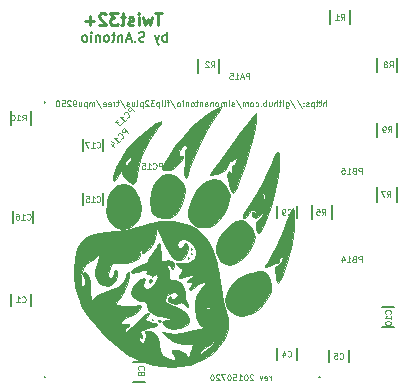
<source format=gbo>
G04 #@! TF.FileFunction,Legend,Bot*
%FSLAX46Y46*%
G04 Gerber Fmt 4.6, Leading zero omitted, Abs format (unit mm)*
G04 Created by KiCad (PCBNEW (after 2015-mar-04 BZR unknown)-product) date 21/07/2015 11:23:45 AM*
%MOMM*%
G01*
G04 APERTURE LIST*
%ADD10C,0.100000*%
%ADD11C,0.125000*%
%ADD12C,0.200000*%
%ADD13C,0.250000*%
%ADD14C,0.150000*%
G04 APERTURE END LIST*
D10*
D11*
X156316665Y-140026190D02*
X156316665Y-139526190D01*
X156102380Y-140026190D02*
X156102380Y-139764286D01*
X156126189Y-139716667D01*
X156173808Y-139692857D01*
X156245237Y-139692857D01*
X156292856Y-139716667D01*
X156316665Y-139740476D01*
X155935713Y-139692857D02*
X155745237Y-139692857D01*
X155864284Y-139526190D02*
X155864284Y-139954762D01*
X155840475Y-140002381D01*
X155792856Y-140026190D01*
X155745237Y-140026190D01*
X155649999Y-139692857D02*
X155459523Y-139692857D01*
X155578570Y-139526190D02*
X155578570Y-139954762D01*
X155554761Y-140002381D01*
X155507142Y-140026190D01*
X155459523Y-140026190D01*
X155292856Y-139692857D02*
X155292856Y-140192857D01*
X155292856Y-139716667D02*
X155245237Y-139692857D01*
X155149999Y-139692857D01*
X155102380Y-139716667D01*
X155078571Y-139740476D01*
X155054761Y-139788095D01*
X155054761Y-139930952D01*
X155078571Y-139978571D01*
X155102380Y-140002381D01*
X155149999Y-140026190D01*
X155245237Y-140026190D01*
X155292856Y-140002381D01*
X154864285Y-140002381D02*
X154816666Y-140026190D01*
X154721428Y-140026190D01*
X154673809Y-140002381D01*
X154649999Y-139954762D01*
X154649999Y-139930952D01*
X154673809Y-139883333D01*
X154721428Y-139859524D01*
X154792856Y-139859524D01*
X154840475Y-139835714D01*
X154864285Y-139788095D01*
X154864285Y-139764286D01*
X154840475Y-139716667D01*
X154792856Y-139692857D01*
X154721428Y-139692857D01*
X154673809Y-139716667D01*
X154435713Y-139978571D02*
X154411904Y-140002381D01*
X154435713Y-140026190D01*
X154459523Y-140002381D01*
X154435713Y-139978571D01*
X154435713Y-140026190D01*
X154435713Y-139716667D02*
X154411904Y-139740476D01*
X154435713Y-139764286D01*
X154459523Y-139740476D01*
X154435713Y-139716667D01*
X154435713Y-139764286D01*
X153840476Y-139502381D02*
X154269047Y-140145238D01*
X153316666Y-139502381D02*
X153745237Y-140145238D01*
X152935713Y-139692857D02*
X152935713Y-140097619D01*
X152959522Y-140145238D01*
X152983332Y-140169048D01*
X153030951Y-140192857D01*
X153102379Y-140192857D01*
X153149998Y-140169048D01*
X152935713Y-140002381D02*
X152983332Y-140026190D01*
X153078570Y-140026190D01*
X153126189Y-140002381D01*
X153149998Y-139978571D01*
X153173808Y-139930952D01*
X153173808Y-139788095D01*
X153149998Y-139740476D01*
X153126189Y-139716667D01*
X153078570Y-139692857D01*
X152983332Y-139692857D01*
X152935713Y-139716667D01*
X152697617Y-140026190D02*
X152697617Y-139692857D01*
X152697617Y-139526190D02*
X152721427Y-139550000D01*
X152697617Y-139573810D01*
X152673808Y-139550000D01*
X152697617Y-139526190D01*
X152697617Y-139573810D01*
X152530951Y-139692857D02*
X152340475Y-139692857D01*
X152459522Y-139526190D02*
X152459522Y-139954762D01*
X152435713Y-140002381D01*
X152388094Y-140026190D01*
X152340475Y-140026190D01*
X152173808Y-140026190D02*
X152173808Y-139526190D01*
X151959523Y-140026190D02*
X151959523Y-139764286D01*
X151983332Y-139716667D01*
X152030951Y-139692857D01*
X152102380Y-139692857D01*
X152149999Y-139716667D01*
X152173808Y-139740476D01*
X151507142Y-139692857D02*
X151507142Y-140026190D01*
X151721427Y-139692857D02*
X151721427Y-139954762D01*
X151697618Y-140002381D01*
X151649999Y-140026190D01*
X151578570Y-140026190D01*
X151530951Y-140002381D01*
X151507142Y-139978571D01*
X151269046Y-140026190D02*
X151269046Y-139526190D01*
X151269046Y-139716667D02*
X151221427Y-139692857D01*
X151126189Y-139692857D01*
X151078570Y-139716667D01*
X151054761Y-139740476D01*
X151030951Y-139788095D01*
X151030951Y-139930952D01*
X151054761Y-139978571D01*
X151078570Y-140002381D01*
X151126189Y-140026190D01*
X151221427Y-140026190D01*
X151269046Y-140002381D01*
X150816665Y-139978571D02*
X150792856Y-140002381D01*
X150816665Y-140026190D01*
X150840475Y-140002381D01*
X150816665Y-139978571D01*
X150816665Y-140026190D01*
X150364285Y-140002381D02*
X150411904Y-140026190D01*
X150507142Y-140026190D01*
X150554761Y-140002381D01*
X150578570Y-139978571D01*
X150602380Y-139930952D01*
X150602380Y-139788095D01*
X150578570Y-139740476D01*
X150554761Y-139716667D01*
X150507142Y-139692857D01*
X150411904Y-139692857D01*
X150364285Y-139716667D01*
X150078571Y-140026190D02*
X150126190Y-140002381D01*
X150149999Y-139978571D01*
X150173809Y-139930952D01*
X150173809Y-139788095D01*
X150149999Y-139740476D01*
X150126190Y-139716667D01*
X150078571Y-139692857D01*
X150007142Y-139692857D01*
X149959523Y-139716667D01*
X149935714Y-139740476D01*
X149911904Y-139788095D01*
X149911904Y-139930952D01*
X149935714Y-139978571D01*
X149959523Y-140002381D01*
X150007142Y-140026190D01*
X150078571Y-140026190D01*
X149697618Y-140026190D02*
X149697618Y-139692857D01*
X149697618Y-139740476D02*
X149673809Y-139716667D01*
X149626190Y-139692857D01*
X149554761Y-139692857D01*
X149507142Y-139716667D01*
X149483333Y-139764286D01*
X149483333Y-140026190D01*
X149483333Y-139764286D02*
X149459523Y-139716667D01*
X149411904Y-139692857D01*
X149340476Y-139692857D01*
X149292856Y-139716667D01*
X149269047Y-139764286D01*
X149269047Y-140026190D01*
X148673809Y-139502381D02*
X149102380Y-140145238D01*
X148530951Y-140002381D02*
X148483332Y-140026190D01*
X148388094Y-140026190D01*
X148340475Y-140002381D01*
X148316665Y-139954762D01*
X148316665Y-139930952D01*
X148340475Y-139883333D01*
X148388094Y-139859524D01*
X148459522Y-139859524D01*
X148507141Y-139835714D01*
X148530951Y-139788095D01*
X148530951Y-139764286D01*
X148507141Y-139716667D01*
X148459522Y-139692857D01*
X148388094Y-139692857D01*
X148340475Y-139716667D01*
X148102379Y-140026190D02*
X148102379Y-139692857D01*
X148102379Y-139526190D02*
X148126189Y-139550000D01*
X148102379Y-139573810D01*
X148078570Y-139550000D01*
X148102379Y-139526190D01*
X148102379Y-139573810D01*
X147864284Y-140026190D02*
X147864284Y-139692857D01*
X147864284Y-139740476D02*
X147840475Y-139716667D01*
X147792856Y-139692857D01*
X147721427Y-139692857D01*
X147673808Y-139716667D01*
X147649999Y-139764286D01*
X147649999Y-140026190D01*
X147649999Y-139764286D02*
X147626189Y-139716667D01*
X147578570Y-139692857D01*
X147507142Y-139692857D01*
X147459522Y-139716667D01*
X147435713Y-139764286D01*
X147435713Y-140026190D01*
X147126189Y-140026190D02*
X147173808Y-140002381D01*
X147197617Y-139978571D01*
X147221427Y-139930952D01*
X147221427Y-139788095D01*
X147197617Y-139740476D01*
X147173808Y-139716667D01*
X147126189Y-139692857D01*
X147054760Y-139692857D01*
X147007141Y-139716667D01*
X146983332Y-139740476D01*
X146959522Y-139788095D01*
X146959522Y-139930952D01*
X146983332Y-139978571D01*
X147007141Y-140002381D01*
X147054760Y-140026190D01*
X147126189Y-140026190D01*
X146745236Y-139692857D02*
X146745236Y-140026190D01*
X146745236Y-139740476D02*
X146721427Y-139716667D01*
X146673808Y-139692857D01*
X146602379Y-139692857D01*
X146554760Y-139716667D01*
X146530951Y-139764286D01*
X146530951Y-140026190D01*
X146078570Y-140026190D02*
X146078570Y-139764286D01*
X146102379Y-139716667D01*
X146149998Y-139692857D01*
X146245236Y-139692857D01*
X146292855Y-139716667D01*
X146078570Y-140002381D02*
X146126189Y-140026190D01*
X146245236Y-140026190D01*
X146292855Y-140002381D01*
X146316665Y-139954762D01*
X146316665Y-139907143D01*
X146292855Y-139859524D01*
X146245236Y-139835714D01*
X146126189Y-139835714D01*
X146078570Y-139811905D01*
X145840474Y-139692857D02*
X145840474Y-140026190D01*
X145840474Y-139740476D02*
X145816665Y-139716667D01*
X145769046Y-139692857D01*
X145697617Y-139692857D01*
X145649998Y-139716667D01*
X145626189Y-139764286D01*
X145626189Y-140026190D01*
X145459522Y-139692857D02*
X145269046Y-139692857D01*
X145388093Y-139526190D02*
X145388093Y-139954762D01*
X145364284Y-140002381D01*
X145316665Y-140026190D01*
X145269046Y-140026190D01*
X145030951Y-140026190D02*
X145078570Y-140002381D01*
X145102379Y-139978571D01*
X145126189Y-139930952D01*
X145126189Y-139788095D01*
X145102379Y-139740476D01*
X145078570Y-139716667D01*
X145030951Y-139692857D01*
X144959522Y-139692857D01*
X144911903Y-139716667D01*
X144888094Y-139740476D01*
X144864284Y-139788095D01*
X144864284Y-139930952D01*
X144888094Y-139978571D01*
X144911903Y-140002381D01*
X144959522Y-140026190D01*
X145030951Y-140026190D01*
X144649998Y-139692857D02*
X144649998Y-140026190D01*
X144649998Y-139740476D02*
X144626189Y-139716667D01*
X144578570Y-139692857D01*
X144507141Y-139692857D01*
X144459522Y-139716667D01*
X144435713Y-139764286D01*
X144435713Y-140026190D01*
X144197617Y-140026190D02*
X144197617Y-139692857D01*
X144197617Y-139526190D02*
X144221427Y-139550000D01*
X144197617Y-139573810D01*
X144173808Y-139550000D01*
X144197617Y-139526190D01*
X144197617Y-139573810D01*
X143888094Y-140026190D02*
X143935713Y-140002381D01*
X143959522Y-139978571D01*
X143983332Y-139930952D01*
X143983332Y-139788095D01*
X143959522Y-139740476D01*
X143935713Y-139716667D01*
X143888094Y-139692857D01*
X143816665Y-139692857D01*
X143769046Y-139716667D01*
X143745237Y-139740476D01*
X143721427Y-139788095D01*
X143721427Y-139930952D01*
X143745237Y-139978571D01*
X143769046Y-140002381D01*
X143816665Y-140026190D01*
X143888094Y-140026190D01*
X143149999Y-139502381D02*
X143578570Y-140145238D01*
X143054760Y-139692857D02*
X142864284Y-139692857D01*
X142983331Y-140026190D02*
X142983331Y-139597619D01*
X142959522Y-139550000D01*
X142911903Y-139526190D01*
X142864284Y-139526190D01*
X142626189Y-140026190D02*
X142673808Y-140002381D01*
X142697617Y-139954762D01*
X142697617Y-139526190D01*
X142435712Y-140026190D02*
X142435712Y-139692857D01*
X142435712Y-139526190D02*
X142459522Y-139550000D01*
X142435712Y-139573810D01*
X142411903Y-139550000D01*
X142435712Y-139526190D01*
X142435712Y-139573810D01*
X142197617Y-139692857D02*
X142197617Y-140192857D01*
X142197617Y-139716667D02*
X142149998Y-139692857D01*
X142054760Y-139692857D01*
X142007141Y-139716667D01*
X141983332Y-139740476D01*
X141959522Y-139788095D01*
X141959522Y-139930952D01*
X141983332Y-139978571D01*
X142007141Y-140002381D01*
X142054760Y-140026190D01*
X142149998Y-140026190D01*
X142197617Y-140002381D01*
X141792855Y-139526190D02*
X141483332Y-139526190D01*
X141649998Y-139716667D01*
X141578570Y-139716667D01*
X141530951Y-139740476D01*
X141507141Y-139764286D01*
X141483332Y-139811905D01*
X141483332Y-139930952D01*
X141507141Y-139978571D01*
X141530951Y-140002381D01*
X141578570Y-140026190D01*
X141721427Y-140026190D01*
X141769046Y-140002381D01*
X141792855Y-139978571D01*
X141292856Y-139573810D02*
X141269046Y-139550000D01*
X141221427Y-139526190D01*
X141102380Y-139526190D01*
X141054761Y-139550000D01*
X141030951Y-139573810D01*
X141007142Y-139621429D01*
X141007142Y-139669048D01*
X141030951Y-139740476D01*
X141316665Y-140026190D01*
X141007142Y-140026190D01*
X140792856Y-139692857D02*
X140792856Y-140192857D01*
X140792856Y-139716667D02*
X140745237Y-139692857D01*
X140649999Y-139692857D01*
X140602380Y-139716667D01*
X140578571Y-139740476D01*
X140554761Y-139788095D01*
X140554761Y-139930952D01*
X140578571Y-139978571D01*
X140602380Y-140002381D01*
X140649999Y-140026190D01*
X140745237Y-140026190D01*
X140792856Y-140002381D01*
X140269047Y-140026190D02*
X140316666Y-140002381D01*
X140340475Y-139954762D01*
X140340475Y-139526190D01*
X139864285Y-139692857D02*
X139864285Y-140026190D01*
X140078570Y-139692857D02*
X140078570Y-139954762D01*
X140054761Y-140002381D01*
X140007142Y-140026190D01*
X139935713Y-140026190D01*
X139888094Y-140002381D01*
X139864285Y-139978571D01*
X139649999Y-140002381D02*
X139602380Y-140026190D01*
X139507142Y-140026190D01*
X139459523Y-140002381D01*
X139435713Y-139954762D01*
X139435713Y-139930952D01*
X139459523Y-139883333D01*
X139507142Y-139859524D01*
X139578570Y-139859524D01*
X139626189Y-139835714D01*
X139649999Y-139788095D01*
X139649999Y-139764286D01*
X139626189Y-139716667D01*
X139578570Y-139692857D01*
X139507142Y-139692857D01*
X139459523Y-139716667D01*
X138864285Y-139502381D02*
X139292856Y-140145238D01*
X138769046Y-139692857D02*
X138578570Y-139692857D01*
X138697617Y-139526190D02*
X138697617Y-139954762D01*
X138673808Y-140002381D01*
X138626189Y-140026190D01*
X138578570Y-140026190D01*
X138411903Y-140026190D02*
X138411903Y-139692857D01*
X138411903Y-139788095D02*
X138388094Y-139740476D01*
X138364284Y-139716667D01*
X138316665Y-139692857D01*
X138269046Y-139692857D01*
X137911903Y-140002381D02*
X137959522Y-140026190D01*
X138054760Y-140026190D01*
X138102379Y-140002381D01*
X138126189Y-139954762D01*
X138126189Y-139764286D01*
X138102379Y-139716667D01*
X138054760Y-139692857D01*
X137959522Y-139692857D01*
X137911903Y-139716667D01*
X137888094Y-139764286D01*
X137888094Y-139811905D01*
X138126189Y-139859524D01*
X137483332Y-140002381D02*
X137530951Y-140026190D01*
X137626189Y-140026190D01*
X137673808Y-140002381D01*
X137697618Y-139954762D01*
X137697618Y-139764286D01*
X137673808Y-139716667D01*
X137626189Y-139692857D01*
X137530951Y-139692857D01*
X137483332Y-139716667D01*
X137459523Y-139764286D01*
X137459523Y-139811905D01*
X137697618Y-139859524D01*
X136888095Y-139502381D02*
X137316666Y-140145238D01*
X136721427Y-140026190D02*
X136721427Y-139692857D01*
X136721427Y-139740476D02*
X136697618Y-139716667D01*
X136649999Y-139692857D01*
X136578570Y-139692857D01*
X136530951Y-139716667D01*
X136507142Y-139764286D01*
X136507142Y-140026190D01*
X136507142Y-139764286D02*
X136483332Y-139716667D01*
X136435713Y-139692857D01*
X136364285Y-139692857D01*
X136316665Y-139716667D01*
X136292856Y-139764286D01*
X136292856Y-140026190D01*
X136054760Y-139692857D02*
X136054760Y-140192857D01*
X136054760Y-139716667D02*
X136007141Y-139692857D01*
X135911903Y-139692857D01*
X135864284Y-139716667D01*
X135840475Y-139740476D01*
X135816665Y-139788095D01*
X135816665Y-139930952D01*
X135840475Y-139978571D01*
X135864284Y-140002381D01*
X135911903Y-140026190D01*
X136007141Y-140026190D01*
X136054760Y-140002381D01*
X135388094Y-139692857D02*
X135388094Y-140026190D01*
X135602379Y-139692857D02*
X135602379Y-139954762D01*
X135578570Y-140002381D01*
X135530951Y-140026190D01*
X135459522Y-140026190D01*
X135411903Y-140002381D01*
X135388094Y-139978571D01*
X135126189Y-140026190D02*
X135030951Y-140026190D01*
X134983332Y-140002381D01*
X134959522Y-139978571D01*
X134911903Y-139907143D01*
X134888094Y-139811905D01*
X134888094Y-139621429D01*
X134911903Y-139573810D01*
X134935713Y-139550000D01*
X134983332Y-139526190D01*
X135078570Y-139526190D01*
X135126189Y-139550000D01*
X135149998Y-139573810D01*
X135173808Y-139621429D01*
X135173808Y-139740476D01*
X135149998Y-139788095D01*
X135126189Y-139811905D01*
X135078570Y-139835714D01*
X134983332Y-139835714D01*
X134935713Y-139811905D01*
X134911903Y-139788095D01*
X134888094Y-139740476D01*
X134697618Y-139573810D02*
X134673808Y-139550000D01*
X134626189Y-139526190D01*
X134507142Y-139526190D01*
X134459523Y-139550000D01*
X134435713Y-139573810D01*
X134411904Y-139621429D01*
X134411904Y-139669048D01*
X134435713Y-139740476D01*
X134721427Y-140026190D01*
X134411904Y-140026190D01*
X133959523Y-139526190D02*
X134197618Y-139526190D01*
X134221428Y-139764286D01*
X134197618Y-139740476D01*
X134149999Y-139716667D01*
X134030952Y-139716667D01*
X133983333Y-139740476D01*
X133959523Y-139764286D01*
X133935714Y-139811905D01*
X133935714Y-139930952D01*
X133959523Y-139978571D01*
X133983333Y-140002381D01*
X134030952Y-140026190D01*
X134149999Y-140026190D01*
X134197618Y-140002381D01*
X134221428Y-139978571D01*
X133626190Y-139526190D02*
X133578571Y-139526190D01*
X133530952Y-139550000D01*
X133507143Y-139573810D01*
X133483333Y-139621429D01*
X133459524Y-139716667D01*
X133459524Y-139835714D01*
X133483333Y-139930952D01*
X133507143Y-139978571D01*
X133530952Y-140002381D01*
X133578571Y-140026190D01*
X133626190Y-140026190D01*
X133673809Y-140002381D01*
X133697619Y-139978571D01*
X133721428Y-139930952D01*
X133745238Y-139835714D01*
X133745238Y-139716667D01*
X133721428Y-139621429D01*
X133697619Y-139573810D01*
X133673809Y-139550000D01*
X133626190Y-139526190D01*
X151635711Y-163226190D02*
X151635711Y-162892857D01*
X151635711Y-162988095D02*
X151611902Y-162940476D01*
X151588092Y-162916667D01*
X151540473Y-162892857D01*
X151492854Y-162892857D01*
X151135711Y-163202381D02*
X151183330Y-163226190D01*
X151278568Y-163226190D01*
X151326187Y-163202381D01*
X151349997Y-163154762D01*
X151349997Y-162964286D01*
X151326187Y-162916667D01*
X151278568Y-162892857D01*
X151183330Y-162892857D01*
X151135711Y-162916667D01*
X151111902Y-162964286D01*
X151111902Y-163011905D01*
X151349997Y-163059524D01*
X150945235Y-162892857D02*
X150826188Y-163226190D01*
X150707140Y-162892857D01*
X150159522Y-162773810D02*
X150135712Y-162750000D01*
X150088093Y-162726190D01*
X149969046Y-162726190D01*
X149921427Y-162750000D01*
X149897617Y-162773810D01*
X149873808Y-162821429D01*
X149873808Y-162869048D01*
X149897617Y-162940476D01*
X150183331Y-163226190D01*
X149873808Y-163226190D01*
X149564284Y-162726190D02*
X149516665Y-162726190D01*
X149469046Y-162750000D01*
X149445237Y-162773810D01*
X149421427Y-162821429D01*
X149397618Y-162916667D01*
X149397618Y-163035714D01*
X149421427Y-163130952D01*
X149445237Y-163178571D01*
X149469046Y-163202381D01*
X149516665Y-163226190D01*
X149564284Y-163226190D01*
X149611903Y-163202381D01*
X149635713Y-163178571D01*
X149659522Y-163130952D01*
X149683332Y-163035714D01*
X149683332Y-162916667D01*
X149659522Y-162821429D01*
X149635713Y-162773810D01*
X149611903Y-162750000D01*
X149564284Y-162726190D01*
X148921428Y-163226190D02*
X149207142Y-163226190D01*
X149064285Y-163226190D02*
X149064285Y-162726190D01*
X149111904Y-162797619D01*
X149159523Y-162845238D01*
X149207142Y-162869048D01*
X148469047Y-162726190D02*
X148707142Y-162726190D01*
X148730952Y-162964286D01*
X148707142Y-162940476D01*
X148659523Y-162916667D01*
X148540476Y-162916667D01*
X148492857Y-162940476D01*
X148469047Y-162964286D01*
X148445238Y-163011905D01*
X148445238Y-163130952D01*
X148469047Y-163178571D01*
X148492857Y-163202381D01*
X148540476Y-163226190D01*
X148659523Y-163226190D01*
X148707142Y-163202381D01*
X148730952Y-163178571D01*
X148135714Y-162726190D02*
X148088095Y-162726190D01*
X148040476Y-162750000D01*
X148016667Y-162773810D01*
X147992857Y-162821429D01*
X147969048Y-162916667D01*
X147969048Y-163035714D01*
X147992857Y-163130952D01*
X148016667Y-163178571D01*
X148040476Y-163202381D01*
X148088095Y-163226190D01*
X148135714Y-163226190D01*
X148183333Y-163202381D01*
X148207143Y-163178571D01*
X148230952Y-163130952D01*
X148254762Y-163035714D01*
X148254762Y-162916667D01*
X148230952Y-162821429D01*
X148207143Y-162773810D01*
X148183333Y-162750000D01*
X148135714Y-162726190D01*
X147802381Y-162726190D02*
X147469048Y-162726190D01*
X147683334Y-163226190D01*
X147302382Y-162773810D02*
X147278572Y-162750000D01*
X147230953Y-162726190D01*
X147111906Y-162726190D01*
X147064287Y-162750000D01*
X147040477Y-162773810D01*
X147016668Y-162821429D01*
X147016668Y-162869048D01*
X147040477Y-162940476D01*
X147326191Y-163226190D01*
X147016668Y-163226190D01*
X146707144Y-162726190D02*
X146659525Y-162726190D01*
X146611906Y-162750000D01*
X146588097Y-162773810D01*
X146564287Y-162821429D01*
X146540478Y-162916667D01*
X146540478Y-163035714D01*
X146564287Y-163130952D01*
X146588097Y-163178571D01*
X146611906Y-163202381D01*
X146659525Y-163226190D01*
X146707144Y-163226190D01*
X146754763Y-163202381D01*
X146778573Y-163178571D01*
X146802382Y-163130952D01*
X146826192Y-163035714D01*
X146826192Y-162916667D01*
X146802382Y-162821429D01*
X146778573Y-162773810D01*
X146754763Y-162750000D01*
X146707144Y-162726190D01*
D12*
X142861906Y-134561905D02*
X142861906Y-133761905D01*
X142861906Y-134066667D02*
X142785715Y-134028571D01*
X142633334Y-134028571D01*
X142557144Y-134066667D01*
X142519049Y-134104762D01*
X142480953Y-134180952D01*
X142480953Y-134409524D01*
X142519049Y-134485714D01*
X142557144Y-134523810D01*
X142633334Y-134561905D01*
X142785715Y-134561905D01*
X142861906Y-134523810D01*
X142214286Y-134028571D02*
X142023810Y-134561905D01*
X141833334Y-134028571D02*
X142023810Y-134561905D01*
X142100001Y-134752381D01*
X142138096Y-134790476D01*
X142214286Y-134828571D01*
X140957143Y-134523810D02*
X140842857Y-134561905D01*
X140652381Y-134561905D01*
X140576191Y-134523810D01*
X140538095Y-134485714D01*
X140500000Y-134409524D01*
X140500000Y-134333333D01*
X140538095Y-134257143D01*
X140576191Y-134219048D01*
X140652381Y-134180952D01*
X140804762Y-134142857D01*
X140880953Y-134104762D01*
X140919048Y-134066667D01*
X140957143Y-133990476D01*
X140957143Y-133914286D01*
X140919048Y-133838095D01*
X140880953Y-133800000D01*
X140804762Y-133761905D01*
X140614286Y-133761905D01*
X140500000Y-133800000D01*
X140157143Y-134485714D02*
X140119048Y-134523810D01*
X140157143Y-134561905D01*
X140195238Y-134523810D01*
X140157143Y-134485714D01*
X140157143Y-134561905D01*
X139814286Y-134333333D02*
X139433334Y-134333333D01*
X139890477Y-134561905D02*
X139623810Y-133761905D01*
X139357143Y-134561905D01*
X139090477Y-134028571D02*
X139090477Y-134561905D01*
X139090477Y-134104762D02*
X139052382Y-134066667D01*
X138976191Y-134028571D01*
X138861905Y-134028571D01*
X138785715Y-134066667D01*
X138747620Y-134142857D01*
X138747620Y-134561905D01*
X138480953Y-134028571D02*
X138176191Y-134028571D01*
X138366667Y-133761905D02*
X138366667Y-134447619D01*
X138328572Y-134523810D01*
X138252381Y-134561905D01*
X138176191Y-134561905D01*
X137795238Y-134561905D02*
X137871429Y-134523810D01*
X137909524Y-134485714D01*
X137947619Y-134409524D01*
X137947619Y-134180952D01*
X137909524Y-134104762D01*
X137871429Y-134066667D01*
X137795238Y-134028571D01*
X137680952Y-134028571D01*
X137604762Y-134066667D01*
X137566667Y-134104762D01*
X137528571Y-134180952D01*
X137528571Y-134409524D01*
X137566667Y-134485714D01*
X137604762Y-134523810D01*
X137680952Y-134561905D01*
X137795238Y-134561905D01*
X137185714Y-134028571D02*
X137185714Y-134561905D01*
X137185714Y-134104762D02*
X137147619Y-134066667D01*
X137071428Y-134028571D01*
X136957142Y-134028571D01*
X136880952Y-134066667D01*
X136842857Y-134142857D01*
X136842857Y-134561905D01*
X136461904Y-134561905D02*
X136461904Y-134028571D01*
X136461904Y-133761905D02*
X136499999Y-133800000D01*
X136461904Y-133838095D01*
X136423809Y-133800000D01*
X136461904Y-133761905D01*
X136461904Y-133838095D01*
X135966666Y-134561905D02*
X136042857Y-134523810D01*
X136080952Y-134485714D01*
X136119047Y-134409524D01*
X136119047Y-134180952D01*
X136080952Y-134104762D01*
X136042857Y-134066667D01*
X135966666Y-134028571D01*
X135852380Y-134028571D01*
X135776190Y-134066667D01*
X135738095Y-134104762D01*
X135699999Y-134180952D01*
X135699999Y-134409524D01*
X135738095Y-134485714D01*
X135776190Y-134523810D01*
X135852380Y-134561905D01*
X135966666Y-134561905D01*
D13*
X142409524Y-132152381D02*
X141838095Y-132152381D01*
X142123810Y-133152381D02*
X142123810Y-132152381D01*
X141600000Y-132485714D02*
X141409524Y-133152381D01*
X141219047Y-132676190D01*
X141028571Y-133152381D01*
X140838095Y-132485714D01*
X140457143Y-133152381D02*
X140457143Y-132485714D01*
X140457143Y-132152381D02*
X140504762Y-132200000D01*
X140457143Y-132247619D01*
X140409524Y-132200000D01*
X140457143Y-132152381D01*
X140457143Y-132247619D01*
X140028572Y-133104762D02*
X139933334Y-133152381D01*
X139742858Y-133152381D01*
X139647619Y-133104762D01*
X139600000Y-133009524D01*
X139600000Y-132961905D01*
X139647619Y-132866667D01*
X139742858Y-132819048D01*
X139885715Y-132819048D01*
X139980953Y-132771429D01*
X140028572Y-132676190D01*
X140028572Y-132628571D01*
X139980953Y-132533333D01*
X139885715Y-132485714D01*
X139742858Y-132485714D01*
X139647619Y-132533333D01*
X139314286Y-132485714D02*
X138933334Y-132485714D01*
X139171429Y-132152381D02*
X139171429Y-133009524D01*
X139123810Y-133104762D01*
X139028572Y-133152381D01*
X138933334Y-133152381D01*
X138695238Y-132152381D02*
X138076190Y-132152381D01*
X138409524Y-132533333D01*
X138266666Y-132533333D01*
X138171428Y-132580952D01*
X138123809Y-132628571D01*
X138076190Y-132723810D01*
X138076190Y-132961905D01*
X138123809Y-133057143D01*
X138171428Y-133104762D01*
X138266666Y-133152381D01*
X138552381Y-133152381D01*
X138647619Y-133104762D01*
X138695238Y-133057143D01*
X137695238Y-132247619D02*
X137647619Y-132200000D01*
X137552381Y-132152381D01*
X137314285Y-132152381D01*
X137219047Y-132200000D01*
X137171428Y-132247619D01*
X137123809Y-132342857D01*
X137123809Y-132438095D01*
X137171428Y-132580952D01*
X137742857Y-133152381D01*
X137123809Y-133152381D01*
X136695238Y-132771429D02*
X135933333Y-132771429D01*
X136314285Y-133152381D02*
X136314285Y-132390476D01*
D14*
X131350000Y-155900000D02*
X131350000Y-156900000D01*
X129650000Y-156900000D02*
X129650000Y-155900000D01*
X153850000Y-160500000D02*
X153850000Y-161500000D01*
X152150000Y-161500000D02*
X152150000Y-160500000D01*
X158250000Y-160700000D02*
X158250000Y-161700000D01*
X156550000Y-161700000D02*
X156550000Y-160700000D01*
X140000000Y-161650000D02*
X141000000Y-161650000D01*
X141000000Y-163350000D02*
X140000000Y-163350000D01*
X153850000Y-148500000D02*
X153850000Y-149500000D01*
X152150000Y-149500000D02*
X152150000Y-148500000D01*
X162100000Y-158750000D02*
X161100000Y-158750000D01*
X161100000Y-157050000D02*
X162100000Y-157050000D01*
X137450000Y-147400000D02*
X137450000Y-148400000D01*
X135750000Y-148400000D02*
X135750000Y-147400000D01*
X131550000Y-148900000D02*
X131550000Y-149900000D01*
X129850000Y-149900000D02*
X129850000Y-148900000D01*
X135750000Y-143800000D02*
X135750000Y-142800000D01*
X137450000Y-142800000D02*
X137450000Y-143800000D01*
X156625000Y-131900000D02*
X156625000Y-133100000D01*
X158375000Y-133100000D02*
X158375000Y-131900000D01*
X145525000Y-136000000D02*
X145525000Y-137200000D01*
X147275000Y-137200000D02*
X147275000Y-136000000D01*
X155125000Y-148400000D02*
X155125000Y-149600000D01*
X156875000Y-149600000D02*
X156875000Y-148400000D01*
X162375000Y-148100000D02*
X162375000Y-146900000D01*
X160625000Y-146900000D02*
X160625000Y-148100000D01*
X160625000Y-135900000D02*
X160625000Y-137100000D01*
X162375000Y-137100000D02*
X162375000Y-135900000D01*
X160625000Y-141400000D02*
X160625000Y-142600000D01*
X162375000Y-142600000D02*
X162375000Y-141400000D01*
X131375000Y-141600000D02*
X131375000Y-140400000D01*
X129625000Y-140400000D02*
X129625000Y-141600000D01*
D10*
G36*
X155657000Y-162920500D02*
X155720500Y-162984000D01*
X155784000Y-162920500D01*
X155720500Y-162857000D01*
X155657000Y-162920500D01*
X155657000Y-162920500D01*
X155657000Y-162920500D01*
G37*
X155657000Y-162920500D02*
X155720500Y-162984000D01*
X155784000Y-162920500D01*
X155720500Y-162857000D01*
X155657000Y-162920500D01*
X155657000Y-162920500D01*
G36*
X132416000Y-162920500D02*
X132479500Y-162984000D01*
X132543000Y-162920500D01*
X132479500Y-162857000D01*
X132416000Y-162920500D01*
X132416000Y-162920500D01*
X132416000Y-162920500D01*
G37*
X132416000Y-162920500D02*
X132479500Y-162984000D01*
X132543000Y-162920500D01*
X132479500Y-162857000D01*
X132416000Y-162920500D01*
X132416000Y-162920500D01*
G36*
X134972038Y-153868015D02*
X134989393Y-154386092D01*
X135090713Y-155303033D01*
X135292843Y-156129758D01*
X135464000Y-156539376D01*
X135464000Y-152145183D01*
X135549646Y-152041465D01*
X135749750Y-151859433D01*
X136035500Y-151617500D01*
X135793567Y-151903250D01*
X135568392Y-152143220D01*
X135470319Y-152177865D01*
X135464000Y-152145183D01*
X135464000Y-156539376D01*
X135593252Y-156848707D01*
X135593252Y-154844741D01*
X135607008Y-154471455D01*
X135663613Y-154084100D01*
X135759278Y-153760700D01*
X135783650Y-153708842D01*
X136034571Y-153389008D01*
X136374951Y-153130420D01*
X136386900Y-153124132D01*
X136708732Y-152924648D01*
X136940036Y-152724349D01*
X136952211Y-152709233D01*
X137057047Y-152589154D01*
X137098851Y-152605536D01*
X137076142Y-152789223D01*
X136987440Y-153171060D01*
X136916615Y-153450861D01*
X136801211Y-153994386D01*
X136793941Y-154380254D01*
X136905221Y-154685257D01*
X137121400Y-154960611D01*
X137472442Y-155181834D01*
X137863933Y-155200806D01*
X138231478Y-155046624D01*
X138510679Y-154748388D01*
X138637138Y-154335196D01*
X138639000Y-154274868D01*
X138592365Y-153998432D01*
X138490881Y-153913613D01*
X138392180Y-154038893D01*
X138361894Y-154186010D01*
X138253601Y-154477251D01*
X138099250Y-154578476D01*
X137927245Y-154534260D01*
X137891963Y-154302283D01*
X137992613Y-153870457D01*
X138042919Y-153718241D01*
X138146339Y-153459094D01*
X138276082Y-153333993D01*
X138513427Y-153301250D01*
X138832264Y-153313368D01*
X139063656Y-153304305D01*
X139063656Y-151476195D01*
X139083500Y-151427000D01*
X139197624Y-151305844D01*
X139217996Y-151300000D01*
X139272544Y-151398258D01*
X139274000Y-151427000D01*
X139176369Y-151549119D01*
X139139505Y-151554000D01*
X139063656Y-151476195D01*
X139063656Y-153304305D01*
X139343005Y-153293364D01*
X139822085Y-153193239D01*
X140222079Y-153035442D01*
X140495564Y-152842421D01*
X140595116Y-152636623D01*
X140541986Y-152504072D01*
X140504389Y-152319580D01*
X140629713Y-152174100D01*
X140783659Y-152066432D01*
X140789245Y-152144440D01*
X140762265Y-152220750D01*
X140747560Y-152406603D01*
X140877058Y-152430489D01*
X141107595Y-152301933D01*
X141337660Y-152093750D01*
X141757313Y-151481605D01*
X141941476Y-150776571D01*
X141949596Y-150624982D01*
X141960365Y-150357106D01*
X141995848Y-150325598D01*
X142085796Y-150512873D01*
X142096768Y-150538000D01*
X142496178Y-151423742D01*
X142831470Y-152092132D01*
X143120396Y-152566258D01*
X143380708Y-152869211D01*
X143630156Y-153024082D01*
X143886495Y-153053962D01*
X144013802Y-153031545D01*
X144307617Y-152839166D01*
X144521090Y-152475615D01*
X144607821Y-152021444D01*
X144608000Y-152000019D01*
X144559523Y-151722313D01*
X144448395Y-151618298D01*
X144326075Y-151719451D01*
X144291086Y-151806155D01*
X144136278Y-152016853D01*
X143923746Y-152049425D01*
X143781798Y-151933863D01*
X143751473Y-151718153D01*
X143782861Y-151552863D01*
X143930974Y-151361398D01*
X144247352Y-151300229D01*
X144276921Y-151300000D01*
X144726187Y-151417589D01*
X145085229Y-151739317D01*
X145304651Y-152218628D01*
X145318738Y-152281936D01*
X145335004Y-152600105D01*
X145200585Y-152864723D01*
X145056587Y-153021958D01*
X144803747Y-153236235D01*
X144553452Y-153314215D01*
X144185517Y-153291138D01*
X144153396Y-153286806D01*
X143764741Y-153262764D01*
X143611103Y-153326923D01*
X143694819Y-153475905D01*
X143910207Y-153638284D01*
X144123751Y-153801445D01*
X144143489Y-153951339D01*
X144020004Y-154164853D01*
X143889028Y-154405389D01*
X143866373Y-154537705D01*
X143866473Y-154537806D01*
X144008770Y-154535980D01*
X144311439Y-154470710D01*
X144528189Y-154410054D01*
X144896681Y-154313423D01*
X145067145Y-154311159D01*
X145083734Y-154382961D01*
X144939232Y-154555739D01*
X144745488Y-154682811D01*
X144568280Y-154819922D01*
X144596767Y-154912557D01*
X144812385Y-154940572D01*
X144862000Y-154919500D01*
X144968511Y-154924054D01*
X144979048Y-155069219D01*
X144898771Y-155262606D01*
X144838717Y-155336483D01*
X144717648Y-155505836D01*
X144771854Y-155563719D01*
X144949643Y-155512686D01*
X145199320Y-155355290D01*
X145247381Y-155316302D01*
X145521361Y-155106045D01*
X145718651Y-154990600D01*
X145750358Y-154983000D01*
X145950371Y-154944140D01*
X146089863Y-154900414D01*
X146176037Y-154912706D01*
X146067826Y-155081336D01*
X145917540Y-155249664D01*
X145554101Y-155709992D01*
X145343132Y-156190209D01*
X145252835Y-156779632D01*
X145243000Y-157144291D01*
X145293124Y-157832326D01*
X145449107Y-158308459D01*
X145719369Y-158595356D01*
X145797239Y-158636350D01*
X145945977Y-158720462D01*
X145913615Y-158787106D01*
X145670908Y-158870590D01*
X145574171Y-158898048D01*
X144829951Y-159079021D01*
X144116336Y-159202937D01*
X143491757Y-159263151D01*
X143014648Y-159253020D01*
X142824358Y-159210745D01*
X142549996Y-159119417D01*
X142472772Y-159140506D01*
X142590906Y-159293647D01*
X142798250Y-159498928D01*
X143441211Y-159950397D01*
X144183927Y-160168527D01*
X144529390Y-160190000D01*
X145093937Y-160190000D01*
X144958714Y-160602750D01*
X144852945Y-160935252D01*
X144782043Y-161175056D01*
X144780123Y-161182351D01*
X144682795Y-161226871D01*
X144475630Y-161046656D01*
X144450128Y-161017618D01*
X144149688Y-160787663D01*
X143772776Y-160644103D01*
X143426095Y-160619834D01*
X143297977Y-160662395D01*
X143292654Y-160787191D01*
X143408630Y-160959878D01*
X143545603Y-161213074D01*
X143546775Y-161394673D01*
X143473332Y-161511588D01*
X143333755Y-161519182D01*
X143051613Y-161417548D01*
X142998145Y-161395344D01*
X142696717Y-161265185D01*
X142520696Y-161181119D01*
X142504477Y-161170190D01*
X142302571Y-160763377D01*
X142199589Y-160267728D01*
X142195000Y-160151976D01*
X142100381Y-159671845D01*
X141849440Y-159293034D01*
X141491557Y-159075987D01*
X141292314Y-159047000D01*
X141038889Y-159066457D01*
X140989306Y-159159527D01*
X141052000Y-159301000D01*
X141103592Y-159567109D01*
X141042645Y-159848708D01*
X140902336Y-160037323D01*
X140818932Y-160063000D01*
X140619490Y-159959391D01*
X140458064Y-159728756D01*
X140418945Y-159561350D01*
X140439105Y-159432014D01*
X140526394Y-159531480D01*
X140539040Y-159551322D01*
X140674679Y-159680655D01*
X140748180Y-159617637D01*
X140725286Y-159422377D01*
X140676179Y-159310676D01*
X140605450Y-159100991D01*
X140725007Y-158976914D01*
X140842831Y-158927098D01*
X141186217Y-158821380D01*
X141592674Y-158726945D01*
X141609942Y-158723664D01*
X141950444Y-158623761D01*
X142052167Y-158508154D01*
X141909935Y-158395136D01*
X141718750Y-158339115D01*
X141276741Y-158238320D01*
X141046424Y-158162237D01*
X140992417Y-158076677D01*
X141079335Y-157947453D01*
X141190279Y-157828495D01*
X141368314Y-157621577D01*
X141372697Y-157537290D01*
X141251708Y-157523000D01*
X141067435Y-157610639D01*
X140766867Y-157844880D01*
X140402709Y-158182706D01*
X140240273Y-158348500D01*
X139882405Y-158714529D01*
X139588010Y-158997317D01*
X139401513Y-159155001D01*
X139364203Y-159174000D01*
X139273685Y-159087362D01*
X139298210Y-158904564D01*
X139412671Y-158741281D01*
X139464500Y-158711926D01*
X139649684Y-158589514D01*
X139620481Y-158488082D01*
X139415120Y-158455076D01*
X139274000Y-158475500D01*
X138996017Y-158500255D01*
X138893000Y-158431308D01*
X138990432Y-158262222D01*
X139221352Y-158048655D01*
X139493700Y-157862930D01*
X139715414Y-157777371D01*
X139725883Y-157777000D01*
X139948328Y-157691772D01*
X140232456Y-157485182D01*
X140495541Y-157230863D01*
X140654857Y-157002453D01*
X140671000Y-156935742D01*
X140619805Y-156818423D01*
X140431711Y-156880126D01*
X140236031Y-156919577D01*
X139891754Y-156936523D01*
X139473870Y-156933606D01*
X139057368Y-156913467D01*
X138717237Y-156878748D01*
X138528469Y-156832090D01*
X138512000Y-156812501D01*
X138575780Y-156694005D01*
X138739137Y-156432651D01*
X138872745Y-156227616D01*
X139213897Y-155637580D01*
X139476744Y-155039798D01*
X139629447Y-154513768D01*
X139655000Y-154274434D01*
X139617993Y-154049944D01*
X139529906Y-154041401D01*
X139425140Y-154225567D01*
X139356313Y-154476189D01*
X139142675Y-154946725D01*
X138703993Y-155326480D01*
X138032906Y-155621199D01*
X137801673Y-155689447D01*
X137222691Y-155888792D01*
X136833848Y-156115248D01*
X136743734Y-156205971D01*
X136557586Y-156388949D01*
X136433360Y-156418026D01*
X136393130Y-156259305D01*
X136364305Y-155919503D01*
X136353006Y-155471483D01*
X136353000Y-155461484D01*
X136316812Y-154780042D01*
X136206625Y-154334904D01*
X136020009Y-154118666D01*
X135904032Y-154094000D01*
X135746620Y-154127772D01*
X135746931Y-154267652D01*
X135852036Y-154488146D01*
X135921195Y-154761963D01*
X135888708Y-155040138D01*
X135774568Y-155217676D01*
X135709442Y-155237000D01*
X135626134Y-155125931D01*
X135593252Y-154844741D01*
X135593252Y-156848707D01*
X135618376Y-156908835D01*
X136089909Y-157682833D01*
X136730039Y-158494320D01*
X137561361Y-159385864D01*
X137736770Y-159561833D01*
X138681091Y-160424265D01*
X139580329Y-161076123D01*
X140479440Y-161544336D01*
X141423378Y-161855836D01*
X141654327Y-161908734D01*
X142441681Y-162029219D01*
X143265093Y-162076646D01*
X144038415Y-162050797D01*
X144675498Y-161951454D01*
X144798500Y-161916669D01*
X145508362Y-161626124D01*
X145508362Y-161124795D01*
X145544471Y-161011142D01*
X145698862Y-160809305D01*
X145928372Y-160596704D01*
X146132000Y-160441929D01*
X146132000Y-157120833D01*
X146238860Y-157035625D01*
X146393496Y-157015000D01*
X146574721Y-157056187D01*
X146589582Y-157120833D01*
X146419984Y-157216052D01*
X146328087Y-157226666D01*
X146155370Y-157170786D01*
X146132000Y-157120833D01*
X146132000Y-160441929D01*
X146159134Y-160421304D01*
X146159134Y-158472947D01*
X146174334Y-158454333D01*
X146249835Y-158471766D01*
X146259000Y-158539000D01*
X146212533Y-158643535D01*
X146174334Y-158623666D01*
X146159134Y-158472947D01*
X146159134Y-160421304D01*
X146238588Y-160360913D01*
X146560911Y-160147249D01*
X146826742Y-160001030D01*
X146967482Y-159967571D01*
X146969950Y-159969616D01*
X146905913Y-160064986D01*
X146694577Y-160260912D01*
X146395398Y-160510404D01*
X146067828Y-160766471D01*
X145771323Y-160982124D01*
X145565337Y-161110373D01*
X145508362Y-161124795D01*
X145508362Y-161626124D01*
X145797133Y-161507931D01*
X146640056Y-160976240D01*
X147305863Y-160344517D01*
X147773149Y-159635682D01*
X148020507Y-158872655D01*
X148054980Y-158429868D01*
X148007151Y-157974078D01*
X147890762Y-157430635D01*
X147787580Y-157086540D01*
X147635481Y-156539633D01*
X147510424Y-155899289D01*
X147452392Y-155435540D01*
X147383736Y-154889568D01*
X147265494Y-154218804D01*
X147119432Y-153542227D01*
X147068187Y-153335442D01*
X146754853Y-152312235D01*
X146387958Y-151509494D01*
X145942091Y-150895247D01*
X145391839Y-150437524D01*
X144711787Y-150104354D01*
X144421754Y-150006117D01*
X143334360Y-149771138D01*
X142274434Y-149755715D01*
X141181881Y-149961747D01*
X140671000Y-150124583D01*
X139414245Y-150465467D01*
X138443678Y-150587185D01*
X137694468Y-150652252D01*
X137128065Y-150737180D01*
X136673313Y-150857509D01*
X136259055Y-151028779D01*
X136133344Y-151091740D01*
X135618974Y-151491862D01*
X135255012Y-152084938D01*
X135039890Y-152875483D01*
X134972038Y-153868015D01*
X134972038Y-153868015D01*
X134972038Y-153868015D01*
G37*
X134972038Y-153868015D02*
X134989393Y-154386092D01*
X135090713Y-155303033D01*
X135292843Y-156129758D01*
X135464000Y-156539376D01*
X135464000Y-152145183D01*
X135549646Y-152041465D01*
X135749750Y-151859433D01*
X136035500Y-151617500D01*
X135793567Y-151903250D01*
X135568392Y-152143220D01*
X135470319Y-152177865D01*
X135464000Y-152145183D01*
X135464000Y-156539376D01*
X135593252Y-156848707D01*
X135593252Y-154844741D01*
X135607008Y-154471455D01*
X135663613Y-154084100D01*
X135759278Y-153760700D01*
X135783650Y-153708842D01*
X136034571Y-153389008D01*
X136374951Y-153130420D01*
X136386900Y-153124132D01*
X136708732Y-152924648D01*
X136940036Y-152724349D01*
X136952211Y-152709233D01*
X137057047Y-152589154D01*
X137098851Y-152605536D01*
X137076142Y-152789223D01*
X136987440Y-153171060D01*
X136916615Y-153450861D01*
X136801211Y-153994386D01*
X136793941Y-154380254D01*
X136905221Y-154685257D01*
X137121400Y-154960611D01*
X137472442Y-155181834D01*
X137863933Y-155200806D01*
X138231478Y-155046624D01*
X138510679Y-154748388D01*
X138637138Y-154335196D01*
X138639000Y-154274868D01*
X138592365Y-153998432D01*
X138490881Y-153913613D01*
X138392180Y-154038893D01*
X138361894Y-154186010D01*
X138253601Y-154477251D01*
X138099250Y-154578476D01*
X137927245Y-154534260D01*
X137891963Y-154302283D01*
X137992613Y-153870457D01*
X138042919Y-153718241D01*
X138146339Y-153459094D01*
X138276082Y-153333993D01*
X138513427Y-153301250D01*
X138832264Y-153313368D01*
X139063656Y-153304305D01*
X139063656Y-151476195D01*
X139083500Y-151427000D01*
X139197624Y-151305844D01*
X139217996Y-151300000D01*
X139272544Y-151398258D01*
X139274000Y-151427000D01*
X139176369Y-151549119D01*
X139139505Y-151554000D01*
X139063656Y-151476195D01*
X139063656Y-153304305D01*
X139343005Y-153293364D01*
X139822085Y-153193239D01*
X140222079Y-153035442D01*
X140495564Y-152842421D01*
X140595116Y-152636623D01*
X140541986Y-152504072D01*
X140504389Y-152319580D01*
X140629713Y-152174100D01*
X140783659Y-152066432D01*
X140789245Y-152144440D01*
X140762265Y-152220750D01*
X140747560Y-152406603D01*
X140877058Y-152430489D01*
X141107595Y-152301933D01*
X141337660Y-152093750D01*
X141757313Y-151481605D01*
X141941476Y-150776571D01*
X141949596Y-150624982D01*
X141960365Y-150357106D01*
X141995848Y-150325598D01*
X142085796Y-150512873D01*
X142096768Y-150538000D01*
X142496178Y-151423742D01*
X142831470Y-152092132D01*
X143120396Y-152566258D01*
X143380708Y-152869211D01*
X143630156Y-153024082D01*
X143886495Y-153053962D01*
X144013802Y-153031545D01*
X144307617Y-152839166D01*
X144521090Y-152475615D01*
X144607821Y-152021444D01*
X144608000Y-152000019D01*
X144559523Y-151722313D01*
X144448395Y-151618298D01*
X144326075Y-151719451D01*
X144291086Y-151806155D01*
X144136278Y-152016853D01*
X143923746Y-152049425D01*
X143781798Y-151933863D01*
X143751473Y-151718153D01*
X143782861Y-151552863D01*
X143930974Y-151361398D01*
X144247352Y-151300229D01*
X144276921Y-151300000D01*
X144726187Y-151417589D01*
X145085229Y-151739317D01*
X145304651Y-152218628D01*
X145318738Y-152281936D01*
X145335004Y-152600105D01*
X145200585Y-152864723D01*
X145056587Y-153021958D01*
X144803747Y-153236235D01*
X144553452Y-153314215D01*
X144185517Y-153291138D01*
X144153396Y-153286806D01*
X143764741Y-153262764D01*
X143611103Y-153326923D01*
X143694819Y-153475905D01*
X143910207Y-153638284D01*
X144123751Y-153801445D01*
X144143489Y-153951339D01*
X144020004Y-154164853D01*
X143889028Y-154405389D01*
X143866373Y-154537705D01*
X143866473Y-154537806D01*
X144008770Y-154535980D01*
X144311439Y-154470710D01*
X144528189Y-154410054D01*
X144896681Y-154313423D01*
X145067145Y-154311159D01*
X145083734Y-154382961D01*
X144939232Y-154555739D01*
X144745488Y-154682811D01*
X144568280Y-154819922D01*
X144596767Y-154912557D01*
X144812385Y-154940572D01*
X144862000Y-154919500D01*
X144968511Y-154924054D01*
X144979048Y-155069219D01*
X144898771Y-155262606D01*
X144838717Y-155336483D01*
X144717648Y-155505836D01*
X144771854Y-155563719D01*
X144949643Y-155512686D01*
X145199320Y-155355290D01*
X145247381Y-155316302D01*
X145521361Y-155106045D01*
X145718651Y-154990600D01*
X145750358Y-154983000D01*
X145950371Y-154944140D01*
X146089863Y-154900414D01*
X146176037Y-154912706D01*
X146067826Y-155081336D01*
X145917540Y-155249664D01*
X145554101Y-155709992D01*
X145343132Y-156190209D01*
X145252835Y-156779632D01*
X145243000Y-157144291D01*
X145293124Y-157832326D01*
X145449107Y-158308459D01*
X145719369Y-158595356D01*
X145797239Y-158636350D01*
X145945977Y-158720462D01*
X145913615Y-158787106D01*
X145670908Y-158870590D01*
X145574171Y-158898048D01*
X144829951Y-159079021D01*
X144116336Y-159202937D01*
X143491757Y-159263151D01*
X143014648Y-159253020D01*
X142824358Y-159210745D01*
X142549996Y-159119417D01*
X142472772Y-159140506D01*
X142590906Y-159293647D01*
X142798250Y-159498928D01*
X143441211Y-159950397D01*
X144183927Y-160168527D01*
X144529390Y-160190000D01*
X145093937Y-160190000D01*
X144958714Y-160602750D01*
X144852945Y-160935252D01*
X144782043Y-161175056D01*
X144780123Y-161182351D01*
X144682795Y-161226871D01*
X144475630Y-161046656D01*
X144450128Y-161017618D01*
X144149688Y-160787663D01*
X143772776Y-160644103D01*
X143426095Y-160619834D01*
X143297977Y-160662395D01*
X143292654Y-160787191D01*
X143408630Y-160959878D01*
X143545603Y-161213074D01*
X143546775Y-161394673D01*
X143473332Y-161511588D01*
X143333755Y-161519182D01*
X143051613Y-161417548D01*
X142998145Y-161395344D01*
X142696717Y-161265185D01*
X142520696Y-161181119D01*
X142504477Y-161170190D01*
X142302571Y-160763377D01*
X142199589Y-160267728D01*
X142195000Y-160151976D01*
X142100381Y-159671845D01*
X141849440Y-159293034D01*
X141491557Y-159075987D01*
X141292314Y-159047000D01*
X141038889Y-159066457D01*
X140989306Y-159159527D01*
X141052000Y-159301000D01*
X141103592Y-159567109D01*
X141042645Y-159848708D01*
X140902336Y-160037323D01*
X140818932Y-160063000D01*
X140619490Y-159959391D01*
X140458064Y-159728756D01*
X140418945Y-159561350D01*
X140439105Y-159432014D01*
X140526394Y-159531480D01*
X140539040Y-159551322D01*
X140674679Y-159680655D01*
X140748180Y-159617637D01*
X140725286Y-159422377D01*
X140676179Y-159310676D01*
X140605450Y-159100991D01*
X140725007Y-158976914D01*
X140842831Y-158927098D01*
X141186217Y-158821380D01*
X141592674Y-158726945D01*
X141609942Y-158723664D01*
X141950444Y-158623761D01*
X142052167Y-158508154D01*
X141909935Y-158395136D01*
X141718750Y-158339115D01*
X141276741Y-158238320D01*
X141046424Y-158162237D01*
X140992417Y-158076677D01*
X141079335Y-157947453D01*
X141190279Y-157828495D01*
X141368314Y-157621577D01*
X141372697Y-157537290D01*
X141251708Y-157523000D01*
X141067435Y-157610639D01*
X140766867Y-157844880D01*
X140402709Y-158182706D01*
X140240273Y-158348500D01*
X139882405Y-158714529D01*
X139588010Y-158997317D01*
X139401513Y-159155001D01*
X139364203Y-159174000D01*
X139273685Y-159087362D01*
X139298210Y-158904564D01*
X139412671Y-158741281D01*
X139464500Y-158711926D01*
X139649684Y-158589514D01*
X139620481Y-158488082D01*
X139415120Y-158455076D01*
X139274000Y-158475500D01*
X138996017Y-158500255D01*
X138893000Y-158431308D01*
X138990432Y-158262222D01*
X139221352Y-158048655D01*
X139493700Y-157862930D01*
X139715414Y-157777371D01*
X139725883Y-157777000D01*
X139948328Y-157691772D01*
X140232456Y-157485182D01*
X140495541Y-157230863D01*
X140654857Y-157002453D01*
X140671000Y-156935742D01*
X140619805Y-156818423D01*
X140431711Y-156880126D01*
X140236031Y-156919577D01*
X139891754Y-156936523D01*
X139473870Y-156933606D01*
X139057368Y-156913467D01*
X138717237Y-156878748D01*
X138528469Y-156832090D01*
X138512000Y-156812501D01*
X138575780Y-156694005D01*
X138739137Y-156432651D01*
X138872745Y-156227616D01*
X139213897Y-155637580D01*
X139476744Y-155039798D01*
X139629447Y-154513768D01*
X139655000Y-154274434D01*
X139617993Y-154049944D01*
X139529906Y-154041401D01*
X139425140Y-154225567D01*
X139356313Y-154476189D01*
X139142675Y-154946725D01*
X138703993Y-155326480D01*
X138032906Y-155621199D01*
X137801673Y-155689447D01*
X137222691Y-155888792D01*
X136833848Y-156115248D01*
X136743734Y-156205971D01*
X136557586Y-156388949D01*
X136433360Y-156418026D01*
X136393130Y-156259305D01*
X136364305Y-155919503D01*
X136353006Y-155471483D01*
X136353000Y-155461484D01*
X136316812Y-154780042D01*
X136206625Y-154334904D01*
X136020009Y-154118666D01*
X135904032Y-154094000D01*
X135746620Y-154127772D01*
X135746931Y-154267652D01*
X135852036Y-154488146D01*
X135921195Y-154761963D01*
X135888708Y-155040138D01*
X135774568Y-155217676D01*
X135709442Y-155237000D01*
X135626134Y-155125931D01*
X135593252Y-154844741D01*
X135593252Y-156848707D01*
X135618376Y-156908835D01*
X136089909Y-157682833D01*
X136730039Y-158494320D01*
X137561361Y-159385864D01*
X137736770Y-159561833D01*
X138681091Y-160424265D01*
X139580329Y-161076123D01*
X140479440Y-161544336D01*
X141423378Y-161855836D01*
X141654327Y-161908734D01*
X142441681Y-162029219D01*
X143265093Y-162076646D01*
X144038415Y-162050797D01*
X144675498Y-161951454D01*
X144798500Y-161916669D01*
X145508362Y-161626124D01*
X145508362Y-161124795D01*
X145544471Y-161011142D01*
X145698862Y-160809305D01*
X145928372Y-160596704D01*
X146132000Y-160441929D01*
X146132000Y-157120833D01*
X146238860Y-157035625D01*
X146393496Y-157015000D01*
X146574721Y-157056187D01*
X146589582Y-157120833D01*
X146419984Y-157216052D01*
X146328087Y-157226666D01*
X146155370Y-157170786D01*
X146132000Y-157120833D01*
X146132000Y-160441929D01*
X146159134Y-160421304D01*
X146159134Y-158472947D01*
X146174334Y-158454333D01*
X146249835Y-158471766D01*
X146259000Y-158539000D01*
X146212533Y-158643535D01*
X146174334Y-158623666D01*
X146159134Y-158472947D01*
X146159134Y-160421304D01*
X146238588Y-160360913D01*
X146560911Y-160147249D01*
X146826742Y-160001030D01*
X146967482Y-159967571D01*
X146969950Y-159969616D01*
X146905913Y-160064986D01*
X146694577Y-160260912D01*
X146395398Y-160510404D01*
X146067828Y-160766471D01*
X145771323Y-160982124D01*
X145565337Y-161110373D01*
X145508362Y-161124795D01*
X145508362Y-161626124D01*
X145797133Y-161507931D01*
X146640056Y-160976240D01*
X147305863Y-160344517D01*
X147773149Y-159635682D01*
X148020507Y-158872655D01*
X148054980Y-158429868D01*
X148007151Y-157974078D01*
X147890762Y-157430635D01*
X147787580Y-157086540D01*
X147635481Y-156539633D01*
X147510424Y-155899289D01*
X147452392Y-155435540D01*
X147383736Y-154889568D01*
X147265494Y-154218804D01*
X147119432Y-153542227D01*
X147068187Y-153335442D01*
X146754853Y-152312235D01*
X146387958Y-151509494D01*
X145942091Y-150895247D01*
X145391839Y-150437524D01*
X144711787Y-150104354D01*
X144421754Y-150006117D01*
X143334360Y-149771138D01*
X142274434Y-149755715D01*
X141181881Y-149961747D01*
X140671000Y-150124583D01*
X139414245Y-150465467D01*
X138443678Y-150587185D01*
X137694468Y-150652252D01*
X137128065Y-150737180D01*
X136673313Y-150857509D01*
X136259055Y-151028779D01*
X136133344Y-151091740D01*
X135618974Y-151491862D01*
X135255012Y-152084938D01*
X135039890Y-152875483D01*
X134972038Y-153868015D01*
X134972038Y-153868015D01*
G36*
X147798519Y-156393748D02*
X147838709Y-156807442D01*
X148063677Y-157182086D01*
X148214800Y-157345199D01*
X148687180Y-157678610D01*
X149219307Y-157780531D01*
X149307000Y-157762269D01*
X149307000Y-155808500D01*
X149370500Y-155745000D01*
X149434000Y-155808500D01*
X149370500Y-155872000D01*
X149307000Y-155808500D01*
X149307000Y-157762269D01*
X149832910Y-157652752D01*
X150171188Y-157506195D01*
X150648913Y-157179605D01*
X151099820Y-156717894D01*
X151458360Y-156201282D01*
X151658983Y-155709990D01*
X151665685Y-155677208D01*
X151682770Y-155036221D01*
X151497255Y-154475021D01*
X151314710Y-154224184D01*
X151121930Y-154056284D01*
X150901055Y-153990078D01*
X150557665Y-154004919D01*
X150400281Y-154024226D01*
X149646570Y-154223961D01*
X148957531Y-154593629D01*
X148389974Y-155091078D01*
X148000710Y-155674154D01*
X147927281Y-155859201D01*
X147798519Y-156393748D01*
X147798519Y-156393748D01*
X147798519Y-156393748D01*
G37*
X147798519Y-156393748D02*
X147838709Y-156807442D01*
X148063677Y-157182086D01*
X148214800Y-157345199D01*
X148687180Y-157678610D01*
X149219307Y-157780531D01*
X149307000Y-157762269D01*
X149307000Y-155808500D01*
X149370500Y-155745000D01*
X149434000Y-155808500D01*
X149370500Y-155872000D01*
X149307000Y-155808500D01*
X149307000Y-157762269D01*
X149832910Y-157652752D01*
X150171188Y-157506195D01*
X150648913Y-157179605D01*
X151099820Y-156717894D01*
X151458360Y-156201282D01*
X151658983Y-155709990D01*
X151665685Y-155677208D01*
X151682770Y-155036221D01*
X151497255Y-154475021D01*
X151314710Y-154224184D01*
X151121930Y-154056284D01*
X150901055Y-153990078D01*
X150557665Y-154004919D01*
X150400281Y-154024226D01*
X149646570Y-154223961D01*
X148957531Y-154593629D01*
X148389974Y-155091078D01*
X148000710Y-155674154D01*
X147927281Y-155859201D01*
X147798519Y-156393748D01*
X147798519Y-156393748D01*
G36*
X151140300Y-153661104D02*
X151270922Y-153661804D01*
X151486046Y-153535453D01*
X151818208Y-153379446D01*
X152080571Y-153332000D01*
X152301286Y-153287907D01*
X152328833Y-153121487D01*
X152321067Y-153088953D01*
X152351642Y-152861279D01*
X152484925Y-152786437D01*
X152631061Y-152774025D01*
X152646933Y-152889669D01*
X152578940Y-153109640D01*
X152411917Y-153398895D01*
X152197603Y-153557150D01*
X152197499Y-153557178D01*
X152028143Y-153655068D01*
X152003667Y-153872028D01*
X152025230Y-154000896D01*
X152082048Y-154387603D01*
X152101000Y-154681375D01*
X152151065Y-154929992D01*
X152280301Y-154953488D01*
X152457276Y-154755392D01*
X152524988Y-154633750D01*
X152797142Y-153992709D01*
X153061754Y-153185008D01*
X153292842Y-152297315D01*
X153433368Y-151603631D01*
X153518281Y-151017655D01*
X153578933Y-150401568D01*
X153613923Y-149806706D01*
X153621848Y-149284405D01*
X153601309Y-148886002D01*
X153550902Y-148662832D01*
X153514469Y-148633000D01*
X153424063Y-148744170D01*
X153280527Y-149039950D01*
X153110329Y-149463744D01*
X153055466Y-149614587D01*
X152763665Y-150384050D01*
X152433731Y-151168288D01*
X152092753Y-151909520D01*
X151767822Y-152549964D01*
X151486027Y-153031839D01*
X151387330Y-153172678D01*
X151177599Y-153492537D01*
X151140300Y-153661104D01*
X151140300Y-153661104D01*
X151140300Y-153661104D01*
G37*
X151140300Y-153661104D02*
X151270922Y-153661804D01*
X151486046Y-153535453D01*
X151818208Y-153379446D01*
X152080571Y-153332000D01*
X152301286Y-153287907D01*
X152328833Y-153121487D01*
X152321067Y-153088953D01*
X152351642Y-152861279D01*
X152484925Y-152786437D01*
X152631061Y-152774025D01*
X152646933Y-152889669D01*
X152578940Y-153109640D01*
X152411917Y-153398895D01*
X152197603Y-153557150D01*
X152197499Y-153557178D01*
X152028143Y-153655068D01*
X152003667Y-153872028D01*
X152025230Y-154000896D01*
X152082048Y-154387603D01*
X152101000Y-154681375D01*
X152151065Y-154929992D01*
X152280301Y-154953488D01*
X152457276Y-154755392D01*
X152524988Y-154633750D01*
X152797142Y-153992709D01*
X153061754Y-153185008D01*
X153292842Y-152297315D01*
X153433368Y-151603631D01*
X153518281Y-151017655D01*
X153578933Y-150401568D01*
X153613923Y-149806706D01*
X153621848Y-149284405D01*
X153601309Y-148886002D01*
X153550902Y-148662832D01*
X153514469Y-148633000D01*
X153424063Y-148744170D01*
X153280527Y-149039950D01*
X153110329Y-149463744D01*
X153055466Y-149614587D01*
X152763665Y-150384050D01*
X152433731Y-151168288D01*
X152092753Y-151909520D01*
X151767822Y-152549964D01*
X151486027Y-153031839D01*
X151387330Y-153172678D01*
X151177599Y-153492537D01*
X151140300Y-153661104D01*
X151140300Y-153661104D01*
G36*
X147032399Y-152402691D02*
X147241849Y-152908536D01*
X147392231Y-153087769D01*
X147782947Y-153372642D01*
X148200791Y-153437520D01*
X148672000Y-153301542D01*
X148672000Y-151236500D01*
X148735500Y-151173000D01*
X148799000Y-151236500D01*
X148735500Y-151300000D01*
X148672000Y-151236500D01*
X148672000Y-153301542D01*
X148707751Y-153291226D01*
X148735500Y-153278995D01*
X149207487Y-152972533D01*
X149640509Y-152523096D01*
X149992419Y-151996310D01*
X150221067Y-151457798D01*
X150284307Y-150973185D01*
X150272816Y-150885400D01*
X150128767Y-150516077D01*
X149868993Y-150141606D01*
X149557361Y-149833413D01*
X149257738Y-149662921D01*
X149167257Y-149649000D01*
X148700095Y-149767148D01*
X148178587Y-150111194D01*
X147686457Y-150597041D01*
X147258933Y-151211135D01*
X147039504Y-151824955D01*
X147032399Y-152402691D01*
X147032399Y-152402691D01*
X147032399Y-152402691D01*
G37*
X147032399Y-152402691D02*
X147241849Y-152908536D01*
X147392231Y-153087769D01*
X147782947Y-153372642D01*
X148200791Y-153437520D01*
X148672000Y-153301542D01*
X148672000Y-151236500D01*
X148735500Y-151173000D01*
X148799000Y-151236500D01*
X148735500Y-151300000D01*
X148672000Y-151236500D01*
X148672000Y-153301542D01*
X148707751Y-153291226D01*
X148735500Y-153278995D01*
X149207487Y-152972533D01*
X149640509Y-152523096D01*
X149992419Y-151996310D01*
X150221067Y-151457798D01*
X150284307Y-150973185D01*
X150272816Y-150885400D01*
X150128767Y-150516077D01*
X149868993Y-150141606D01*
X149557361Y-149833413D01*
X149257738Y-149662921D01*
X149167257Y-149649000D01*
X148700095Y-149767148D01*
X148178587Y-150111194D01*
X147686457Y-150597041D01*
X147258933Y-151211135D01*
X147039504Y-151824955D01*
X147032399Y-152402691D01*
X147032399Y-152402691D01*
G36*
X149290543Y-149434039D02*
X149320537Y-149466865D01*
X149500278Y-149475312D01*
X149543450Y-149435856D01*
X149820340Y-149050581D01*
X150012429Y-148846685D01*
X150162917Y-148786158D01*
X150259451Y-148805907D01*
X150392881Y-148937377D01*
X150378675Y-149026661D01*
X150267870Y-149094898D01*
X150197799Y-149016910D01*
X150097075Y-148951036D01*
X150027904Y-149064914D01*
X150061811Y-149284420D01*
X150194651Y-149394277D01*
X150415946Y-149447131D01*
X150632841Y-149311888D01*
X150697921Y-149245267D01*
X150875962Y-149096900D01*
X150957464Y-149113314D01*
X150958000Y-149122825D01*
X150958000Y-148823500D01*
X151002361Y-148779139D01*
X151002361Y-147639275D01*
X151070396Y-147402670D01*
X151146356Y-147320886D01*
X151185696Y-147427614D01*
X151196065Y-147751603D01*
X151195013Y-147871000D01*
X151187781Y-148262601D01*
X151171792Y-148420742D01*
X151135111Y-148365943D01*
X151065803Y-148118723D01*
X151061132Y-148101170D01*
X151002361Y-147639275D01*
X151002361Y-148779139D01*
X151021500Y-148760000D01*
X151085000Y-148823500D01*
X151021500Y-148887000D01*
X150958000Y-148823500D01*
X150958000Y-149122825D01*
X150874753Y-149312686D01*
X150671950Y-149565135D01*
X150648176Y-149589369D01*
X150433690Y-149872115D01*
X150390854Y-150185286D01*
X150410793Y-150345596D01*
X150505146Y-150679009D01*
X150640249Y-150764051D01*
X150816855Y-150600202D01*
X151035721Y-150186941D01*
X151192004Y-149807750D01*
X151667863Y-148441660D01*
X152025689Y-147131298D01*
X152251727Y-145932143D01*
X152320459Y-145255690D01*
X152348138Y-144545458D01*
X152329619Y-144084003D01*
X152263291Y-143870048D01*
X152147544Y-143902313D01*
X151980766Y-144179521D01*
X151761349Y-144700394D01*
X151728828Y-144786062D01*
X151406548Y-145542054D01*
X150967689Y-146426740D01*
X150451188Y-147367990D01*
X149895983Y-148293670D01*
X149536492Y-148847345D01*
X149320085Y-149223966D01*
X149290543Y-149434039D01*
X149290543Y-149434039D01*
X149290543Y-149434039D01*
G37*
X149290543Y-149434039D02*
X149320537Y-149466865D01*
X149500278Y-149475312D01*
X149543450Y-149435856D01*
X149820340Y-149050581D01*
X150012429Y-148846685D01*
X150162917Y-148786158D01*
X150259451Y-148805907D01*
X150392881Y-148937377D01*
X150378675Y-149026661D01*
X150267870Y-149094898D01*
X150197799Y-149016910D01*
X150097075Y-148951036D01*
X150027904Y-149064914D01*
X150061811Y-149284420D01*
X150194651Y-149394277D01*
X150415946Y-149447131D01*
X150632841Y-149311888D01*
X150697921Y-149245267D01*
X150875962Y-149096900D01*
X150957464Y-149113314D01*
X150958000Y-149122825D01*
X150958000Y-148823500D01*
X151002361Y-148779139D01*
X151002361Y-147639275D01*
X151070396Y-147402670D01*
X151146356Y-147320886D01*
X151185696Y-147427614D01*
X151196065Y-147751603D01*
X151195013Y-147871000D01*
X151187781Y-148262601D01*
X151171792Y-148420742D01*
X151135111Y-148365943D01*
X151065803Y-148118723D01*
X151061132Y-148101170D01*
X151002361Y-147639275D01*
X151002361Y-148779139D01*
X151021500Y-148760000D01*
X151085000Y-148823500D01*
X151021500Y-148887000D01*
X150958000Y-148823500D01*
X150958000Y-149122825D01*
X150874753Y-149312686D01*
X150671950Y-149565135D01*
X150648176Y-149589369D01*
X150433690Y-149872115D01*
X150390854Y-150185286D01*
X150410793Y-150345596D01*
X150505146Y-150679009D01*
X150640249Y-150764051D01*
X150816855Y-150600202D01*
X151035721Y-150186941D01*
X151192004Y-149807750D01*
X151667863Y-148441660D01*
X152025689Y-147131298D01*
X152251727Y-145932143D01*
X152320459Y-145255690D01*
X152348138Y-144545458D01*
X152329619Y-144084003D01*
X152263291Y-143870048D01*
X152147544Y-143902313D01*
X151980766Y-144179521D01*
X151761349Y-144700394D01*
X151728828Y-144786062D01*
X151406548Y-145542054D01*
X150967689Y-146426740D01*
X150451188Y-147367990D01*
X149895983Y-148293670D01*
X149536492Y-148847345D01*
X149320085Y-149223966D01*
X149290543Y-149434039D01*
X149290543Y-149434039D01*
G36*
X137736411Y-148978011D02*
X137891098Y-149559197D01*
X138187915Y-150008358D01*
X138595858Y-150298095D01*
X139083920Y-150401013D01*
X139621097Y-150289715D01*
X139871085Y-150162141D01*
X140340686Y-149741208D01*
X140601843Y-149191941D01*
X140649603Y-148538018D01*
X140479013Y-147803118D01*
X140403972Y-147614863D01*
X140071494Y-147059150D01*
X139659738Y-146714078D01*
X139199189Y-146591440D01*
X138720329Y-146703023D01*
X138464825Y-146864849D01*
X138149851Y-147164691D01*
X137944018Y-147516207D01*
X137806440Y-148001600D01*
X137754859Y-148292195D01*
X137736411Y-148978011D01*
X137736411Y-148978011D01*
X137736411Y-148978011D01*
G37*
X137736411Y-148978011D02*
X137891098Y-149559197D01*
X138187915Y-150008358D01*
X138595858Y-150298095D01*
X139083920Y-150401013D01*
X139621097Y-150289715D01*
X139871085Y-150162141D01*
X140340686Y-149741208D01*
X140601843Y-149191941D01*
X140649603Y-148538018D01*
X140479013Y-147803118D01*
X140403972Y-147614863D01*
X140071494Y-147059150D01*
X139659738Y-146714078D01*
X139199189Y-146591440D01*
X138720329Y-146703023D01*
X138464825Y-146864849D01*
X138149851Y-147164691D01*
X137944018Y-147516207D01*
X137806440Y-148001600D01*
X137754859Y-148292195D01*
X137736411Y-148978011D01*
X137736411Y-148978011D01*
G36*
X144628476Y-149279083D02*
X144729290Y-149599791D01*
X144963957Y-149897379D01*
X144979231Y-149912769D01*
X145257285Y-150145864D01*
X145550781Y-150255593D01*
X145975065Y-150283963D01*
X145998573Y-150284000D01*
X146384613Y-150266650D01*
X146661257Y-150184125D01*
X146929056Y-149990705D01*
X147185701Y-149744250D01*
X147614519Y-149190318D01*
X147946194Y-148522606D01*
X148136095Y-147842819D01*
X148164000Y-147515024D01*
X148061662Y-147103433D01*
X147802331Y-146680299D01*
X147457536Y-146344960D01*
X147235800Y-146225952D01*
X146762334Y-146186733D01*
X146260854Y-146360601D01*
X145769314Y-146715358D01*
X145325667Y-147218805D01*
X144967865Y-147838745D01*
X144797677Y-148294392D01*
X144653832Y-148866777D01*
X144628476Y-149279083D01*
X144628476Y-149279083D01*
X144628476Y-149279083D01*
G37*
X144628476Y-149279083D02*
X144729290Y-149599791D01*
X144963957Y-149897379D01*
X144979231Y-149912769D01*
X145257285Y-150145864D01*
X145550781Y-150255593D01*
X145975065Y-150283963D01*
X145998573Y-150284000D01*
X146384613Y-150266650D01*
X146661257Y-150184125D01*
X146929056Y-149990705D01*
X147185701Y-149744250D01*
X147614519Y-149190318D01*
X147946194Y-148522606D01*
X148136095Y-147842819D01*
X148164000Y-147515024D01*
X148061662Y-147103433D01*
X147802331Y-146680299D01*
X147457536Y-146344960D01*
X147235800Y-146225952D01*
X146762334Y-146186733D01*
X146260854Y-146360601D01*
X145769314Y-146715358D01*
X145325667Y-147218805D01*
X144967865Y-147838745D01*
X144797677Y-148294392D01*
X144653832Y-148866777D01*
X144628476Y-149279083D01*
X144628476Y-149279083D01*
G36*
X141432386Y-148063341D02*
X141483617Y-148726918D01*
X141514377Y-148860336D01*
X141717268Y-149166356D01*
X141941000Y-149300000D01*
X141941000Y-148188500D01*
X142004500Y-148125000D01*
X142068000Y-148188500D01*
X142004500Y-148252000D01*
X141941000Y-148188500D01*
X141941000Y-149300000D01*
X142102197Y-149396290D01*
X142600358Y-149513962D01*
X142772894Y-149522000D01*
X143153951Y-149463528D01*
X143493987Y-149253428D01*
X143655110Y-149103290D01*
X144075857Y-148504045D01*
X144306554Y-147741658D01*
X144353292Y-147128049D01*
X144317885Y-146732746D01*
X144173853Y-146428014D01*
X143922200Y-146143799D01*
X143447863Y-145810987D01*
X142957008Y-145719878D01*
X142478706Y-145862304D01*
X142042027Y-146230093D01*
X141697901Y-146768983D01*
X141507695Y-147366469D01*
X141432386Y-148063341D01*
X141432386Y-148063341D01*
X141432386Y-148063341D01*
G37*
X141432386Y-148063341D02*
X141483617Y-148726918D01*
X141514377Y-148860336D01*
X141717268Y-149166356D01*
X141941000Y-149300000D01*
X141941000Y-148188500D01*
X142004500Y-148125000D01*
X142068000Y-148188500D01*
X142004500Y-148252000D01*
X141941000Y-148188500D01*
X141941000Y-149300000D01*
X142102197Y-149396290D01*
X142600358Y-149513962D01*
X142772894Y-149522000D01*
X143153951Y-149463528D01*
X143493987Y-149253428D01*
X143655110Y-149103290D01*
X144075857Y-148504045D01*
X144306554Y-147741658D01*
X144353292Y-147128049D01*
X144317885Y-146732746D01*
X144173853Y-146428014D01*
X143922200Y-146143799D01*
X143447863Y-145810987D01*
X142957008Y-145719878D01*
X142478706Y-145862304D01*
X142042027Y-146230093D01*
X141697901Y-146768983D01*
X141507695Y-147366469D01*
X141432386Y-148063341D01*
X141432386Y-148063341D01*
G36*
X146485207Y-145872482D02*
X146975354Y-145786439D01*
X147382184Y-145639753D01*
X147742103Y-145384228D01*
X147981164Y-145083039D01*
X148037000Y-144879418D01*
X148119693Y-144715199D01*
X148185750Y-144696000D01*
X148388311Y-144617441D01*
X148566750Y-144485816D01*
X148736840Y-144364508D01*
X148790486Y-144434367D01*
X148738598Y-144716342D01*
X148721252Y-144782462D01*
X148608185Y-144975901D01*
X148497114Y-145001917D01*
X148402274Y-145054558D01*
X148378741Y-145326464D01*
X148387277Y-145486955D01*
X148406217Y-145812957D01*
X148385820Y-145915866D01*
X148309295Y-145825587D01*
X148251456Y-145728847D01*
X148117958Y-145532723D01*
X148037789Y-145546848D01*
X147990695Y-145649488D01*
X147978029Y-145872096D01*
X148028058Y-146223391D01*
X148120444Y-146625675D01*
X148234847Y-147001250D01*
X148350928Y-147272420D01*
X148439249Y-147363000D01*
X148552952Y-147256745D01*
X148709364Y-146987645D01*
X148785273Y-146823250D01*
X149075193Y-146094243D01*
X149369636Y-145261473D01*
X149654478Y-144374992D01*
X149915596Y-143484856D01*
X150138870Y-142641118D01*
X150310177Y-141893833D01*
X150415394Y-141293055D01*
X150442484Y-140949500D01*
X150440464Y-140568500D01*
X149994518Y-141076500D01*
X149692921Y-141441169D01*
X149325835Y-141914751D01*
X148971244Y-142396558D01*
X148961677Y-142410000D01*
X148596466Y-142917441D01*
X148160828Y-143513646D01*
X147737863Y-144085031D01*
X147660856Y-144188000D01*
X147315460Y-144655032D01*
X147003302Y-145088109D01*
X146774373Y-145417463D01*
X146716068Y-145506491D01*
X146485207Y-145872482D01*
X146485207Y-145872482D01*
X146485207Y-145872482D01*
G37*
X146485207Y-145872482D02*
X146975354Y-145786439D01*
X147382184Y-145639753D01*
X147742103Y-145384228D01*
X147981164Y-145083039D01*
X148037000Y-144879418D01*
X148119693Y-144715199D01*
X148185750Y-144696000D01*
X148388311Y-144617441D01*
X148566750Y-144485816D01*
X148736840Y-144364508D01*
X148790486Y-144434367D01*
X148738598Y-144716342D01*
X148721252Y-144782462D01*
X148608185Y-144975901D01*
X148497114Y-145001917D01*
X148402274Y-145054558D01*
X148378741Y-145326464D01*
X148387277Y-145486955D01*
X148406217Y-145812957D01*
X148385820Y-145915866D01*
X148309295Y-145825587D01*
X148251456Y-145728847D01*
X148117958Y-145532723D01*
X148037789Y-145546848D01*
X147990695Y-145649488D01*
X147978029Y-145872096D01*
X148028058Y-146223391D01*
X148120444Y-146625675D01*
X148234847Y-147001250D01*
X148350928Y-147272420D01*
X148439249Y-147363000D01*
X148552952Y-147256745D01*
X148709364Y-146987645D01*
X148785273Y-146823250D01*
X149075193Y-146094243D01*
X149369636Y-145261473D01*
X149654478Y-144374992D01*
X149915596Y-143484856D01*
X150138870Y-142641118D01*
X150310177Y-141893833D01*
X150415394Y-141293055D01*
X150442484Y-140949500D01*
X150440464Y-140568500D01*
X149994518Y-141076500D01*
X149692921Y-141441169D01*
X149325835Y-141914751D01*
X148971244Y-142396558D01*
X148961677Y-142410000D01*
X148596466Y-142917441D01*
X148160828Y-143513646D01*
X147737863Y-144085031D01*
X147660856Y-144188000D01*
X147315460Y-144655032D01*
X147003302Y-145088109D01*
X146774373Y-145417463D01*
X146716068Y-145506491D01*
X146485207Y-145872482D01*
X146485207Y-145872482D01*
G36*
X138312778Y-146303145D02*
X138395803Y-146351981D01*
X138557323Y-146169203D01*
X138775971Y-145763012D01*
X138957285Y-145394310D01*
X139053171Y-145248184D01*
X139074071Y-145312001D01*
X139059437Y-145420043D01*
X139047088Y-145711126D01*
X139158594Y-145949577D01*
X139216651Y-146009479D01*
X139216651Y-144876879D01*
X139347964Y-144708955D01*
X139456511Y-144588642D01*
X139753961Y-144297890D01*
X139913322Y-144205016D01*
X139925420Y-144308018D01*
X139781080Y-144604894D01*
X139752901Y-144653299D01*
X139578170Y-144902605D01*
X139455006Y-144993025D01*
X139428837Y-144970008D01*
X139299301Y-144883828D01*
X139231403Y-144905350D01*
X139216651Y-144876879D01*
X139216651Y-146009479D01*
X139414670Y-146213793D01*
X139780563Y-146503148D01*
X140026531Y-146582911D01*
X140172384Y-146455594D01*
X140213923Y-146315250D01*
X140448808Y-145230460D01*
X140699574Y-144341605D01*
X140989107Y-143590716D01*
X141340294Y-142919826D01*
X141776023Y-142270964D01*
X141849444Y-142172804D01*
X142126486Y-141788699D01*
X142320062Y-141485031D01*
X142397719Y-141313967D01*
X142394304Y-141296969D01*
X142250590Y-141320697D01*
X141955446Y-141481443D01*
X141550612Y-141751301D01*
X141077830Y-142102366D01*
X140578843Y-142506731D01*
X140556936Y-142525313D01*
X139986193Y-143083758D01*
X139434383Y-143753573D01*
X138951766Y-144463190D01*
X138588604Y-145141040D01*
X138436148Y-145545196D01*
X138321732Y-146031336D01*
X138312778Y-146303145D01*
X138312778Y-146303145D01*
X138312778Y-146303145D01*
G37*
X138312778Y-146303145D02*
X138395803Y-146351981D01*
X138557323Y-146169203D01*
X138775971Y-145763012D01*
X138957285Y-145394310D01*
X139053171Y-145248184D01*
X139074071Y-145312001D01*
X139059437Y-145420043D01*
X139047088Y-145711126D01*
X139158594Y-145949577D01*
X139216651Y-146009479D01*
X139216651Y-144876879D01*
X139347964Y-144708955D01*
X139456511Y-144588642D01*
X139753961Y-144297890D01*
X139913322Y-144205016D01*
X139925420Y-144308018D01*
X139781080Y-144604894D01*
X139752901Y-144653299D01*
X139578170Y-144902605D01*
X139455006Y-144993025D01*
X139428837Y-144970008D01*
X139299301Y-144883828D01*
X139231403Y-144905350D01*
X139216651Y-144876879D01*
X139216651Y-146009479D01*
X139414670Y-146213793D01*
X139780563Y-146503148D01*
X140026531Y-146582911D01*
X140172384Y-146455594D01*
X140213923Y-146315250D01*
X140448808Y-145230460D01*
X140699574Y-144341605D01*
X140989107Y-143590716D01*
X141340294Y-142919826D01*
X141776023Y-142270964D01*
X141849444Y-142172804D01*
X142126486Y-141788699D01*
X142320062Y-141485031D01*
X142397719Y-141313967D01*
X142394304Y-141296969D01*
X142250590Y-141320697D01*
X141955446Y-141481443D01*
X141550612Y-141751301D01*
X141077830Y-142102366D01*
X140578843Y-142506731D01*
X140556936Y-142525313D01*
X139986193Y-143083758D01*
X139434383Y-143753573D01*
X138951766Y-144463190D01*
X138588604Y-145141040D01*
X138436148Y-145545196D01*
X138321732Y-146031336D01*
X138312778Y-146303145D01*
X138312778Y-146303145D01*
G36*
X142449000Y-145301754D02*
X142561423Y-145413805D01*
X142844942Y-145458000D01*
X143180466Y-145388102D01*
X143533380Y-145152639D01*
X143733942Y-144964941D01*
X144044292Y-144622062D01*
X144203960Y-144374824D01*
X144201389Y-144249803D01*
X144036500Y-144269073D01*
X143878316Y-144247851D01*
X143846000Y-144102845D01*
X143923189Y-143798446D01*
X144108485Y-143505743D01*
X144332487Y-143321141D01*
X144424702Y-143299000D01*
X144589344Y-143375262D01*
X144567121Y-143535950D01*
X144470710Y-143622859D01*
X144392433Y-143796480D01*
X144408636Y-144007394D01*
X144426468Y-144310772D01*
X144383847Y-144727210D01*
X144348647Y-144910386D01*
X144278586Y-145389655D01*
X144288983Y-145784505D01*
X144373492Y-146035225D01*
X144474312Y-146093000D01*
X144561231Y-145979709D01*
X144668828Y-145685889D01*
X144753086Y-145362750D01*
X144896202Y-144898629D01*
X145141896Y-144280170D01*
X145461262Y-143565619D01*
X145825389Y-142813217D01*
X146205369Y-142081210D01*
X146572295Y-141427841D01*
X146897256Y-140911354D01*
X147088379Y-140657677D01*
X147330698Y-140350126D01*
X147469773Y-140120038D01*
X147482116Y-140034782D01*
X147344062Y-140062139D01*
X147053069Y-140215575D01*
X146655652Y-140463898D01*
X146198326Y-140775915D01*
X145727606Y-141120434D01*
X145290005Y-141466261D01*
X145081516Y-141644638D01*
X144697284Y-142025330D01*
X144265403Y-142517118D01*
X143817629Y-143075887D01*
X143385716Y-143657521D01*
X143001422Y-144217905D01*
X142696501Y-144712923D01*
X142502710Y-145098461D01*
X142449000Y-145301754D01*
X142449000Y-145301754D01*
X142449000Y-145301754D01*
G37*
X142449000Y-145301754D02*
X142561423Y-145413805D01*
X142844942Y-145458000D01*
X143180466Y-145388102D01*
X143533380Y-145152639D01*
X143733942Y-144964941D01*
X144044292Y-144622062D01*
X144203960Y-144374824D01*
X144201389Y-144249803D01*
X144036500Y-144269073D01*
X143878316Y-144247851D01*
X143846000Y-144102845D01*
X143923189Y-143798446D01*
X144108485Y-143505743D01*
X144332487Y-143321141D01*
X144424702Y-143299000D01*
X144589344Y-143375262D01*
X144567121Y-143535950D01*
X144470710Y-143622859D01*
X144392433Y-143796480D01*
X144408636Y-144007394D01*
X144426468Y-144310772D01*
X144383847Y-144727210D01*
X144348647Y-144910386D01*
X144278586Y-145389655D01*
X144288983Y-145784505D01*
X144373492Y-146035225D01*
X144474312Y-146093000D01*
X144561231Y-145979709D01*
X144668828Y-145685889D01*
X144753086Y-145362750D01*
X144896202Y-144898629D01*
X145141896Y-144280170D01*
X145461262Y-143565619D01*
X145825389Y-142813217D01*
X146205369Y-142081210D01*
X146572295Y-141427841D01*
X146897256Y-140911354D01*
X147088379Y-140657677D01*
X147330698Y-140350126D01*
X147469773Y-140120038D01*
X147482116Y-140034782D01*
X147344062Y-140062139D01*
X147053069Y-140215575D01*
X146655652Y-140463898D01*
X146198326Y-140775915D01*
X145727606Y-141120434D01*
X145290005Y-141466261D01*
X145081516Y-141644638D01*
X144697284Y-142025330D01*
X144265403Y-142517118D01*
X143817629Y-143075887D01*
X143385716Y-143657521D01*
X143001422Y-144217905D01*
X142696501Y-144712923D01*
X142502710Y-145098461D01*
X142449000Y-145301754D01*
X142449000Y-145301754D01*
G36*
X155657000Y-139679500D02*
X155720500Y-139743000D01*
X155784000Y-139679500D01*
X155720500Y-139616000D01*
X155657000Y-139679500D01*
X155657000Y-139679500D01*
X155657000Y-139679500D01*
G37*
X155657000Y-139679500D02*
X155720500Y-139743000D01*
X155784000Y-139679500D01*
X155720500Y-139616000D01*
X155657000Y-139679500D01*
X155657000Y-139679500D01*
G36*
X132416000Y-139679500D02*
X132479500Y-139743000D01*
X132543000Y-139679500D01*
X132479500Y-139616000D01*
X132416000Y-139679500D01*
X132416000Y-139679500D01*
X132416000Y-139679500D01*
G37*
X132416000Y-139679500D02*
X132479500Y-139743000D01*
X132543000Y-139679500D01*
X132479500Y-139616000D01*
X132416000Y-139679500D01*
X132416000Y-139679500D01*
G36*
X139791940Y-155854999D02*
X139954598Y-156155913D01*
X140249901Y-156360987D01*
X140603697Y-156477993D01*
X140853151Y-156507000D01*
X141098672Y-156556027D01*
X141176750Y-156753276D01*
X141179000Y-156830272D01*
X141294839Y-157230912D01*
X141599718Y-157554596D01*
X142029680Y-157746918D01*
X142291954Y-157777000D01*
X142681131Y-157824702D01*
X142995881Y-157941708D01*
X143027977Y-157963460D01*
X143175245Y-158090336D01*
X143130380Y-158142035D01*
X142862496Y-158153953D01*
X142861750Y-158153960D01*
X142547037Y-158190911D01*
X142462944Y-158311576D01*
X142592390Y-158543463D01*
X142607750Y-158562994D01*
X142933019Y-158776269D01*
X143429292Y-158843312D01*
X143871095Y-158796291D01*
X144237475Y-158694582D01*
X144514989Y-158561885D01*
X144537845Y-158544523D01*
X144720323Y-158256892D01*
X144694606Y-157913320D01*
X144485703Y-157558525D01*
X144118624Y-157237225D01*
X143683779Y-157017388D01*
X143199621Y-156831881D01*
X142907465Y-156699325D01*
X142759457Y-156589105D01*
X142707740Y-156470605D01*
X142703000Y-156389924D01*
X142811399Y-156124750D01*
X143073180Y-155886008D01*
X143393223Y-155752683D01*
X143479671Y-155745000D01*
X143704525Y-155833453D01*
X143765389Y-156028555D01*
X143638116Y-156224916D01*
X143595620Y-156251062D01*
X143337305Y-156365600D01*
X143228991Y-156324569D01*
X143211000Y-156182004D01*
X143149432Y-156050552D01*
X143084000Y-156062500D01*
X142976957Y-156241798D01*
X142957000Y-156385075D01*
X143064586Y-156598114D01*
X143326102Y-156721363D01*
X143649690Y-156729084D01*
X143878414Y-156643230D01*
X144089838Y-156560910D01*
X144253556Y-156674405D01*
X144310947Y-156751651D01*
X144517486Y-156977796D01*
X144634309Y-156989956D01*
X144620660Y-156807294D01*
X144547762Y-156640306D01*
X144415559Y-156251485D01*
X144354486Y-155809289D01*
X144354000Y-155773444D01*
X144249709Y-155280104D01*
X143965279Y-154920580D01*
X143543377Y-154740957D01*
X143387067Y-154729000D01*
X143133564Y-154707408D01*
X143043549Y-154591063D01*
X143057783Y-154302609D01*
X143058146Y-154299500D01*
X143055076Y-153985541D01*
X142980686Y-153792768D01*
X142969144Y-153784005D01*
X142836638Y-153619215D01*
X142903475Y-153484418D01*
X143020500Y-153459000D01*
X143187086Y-153561245D01*
X143211000Y-153656995D01*
X143272569Y-153788447D01*
X143338000Y-153776500D01*
X143457173Y-153578223D01*
X143425214Y-153313978D01*
X143259549Y-153107811D01*
X143242750Y-153098423D01*
X142946623Y-153047817D01*
X142766500Y-153085028D01*
X142527047Y-153166112D01*
X142393912Y-153136144D01*
X142335997Y-152950729D01*
X142322203Y-152565472D01*
X142322000Y-152450495D01*
X142302158Y-152034528D01*
X142250730Y-151728948D01*
X142195000Y-151617500D01*
X142084769Y-151644430D01*
X142068000Y-151727277D01*
X141995000Y-151925969D01*
X141806670Y-152241077D01*
X141623500Y-152497871D01*
X141382041Y-152832902D01*
X141220608Y-153092719D01*
X141179000Y-153196008D01*
X141069638Y-153301569D01*
X140806408Y-153393650D01*
X140803964Y-153394190D01*
X140480937Y-153510674D01*
X140165363Y-153693331D01*
X139926469Y-153892066D01*
X139833482Y-154056783D01*
X139842844Y-154089701D01*
X139989901Y-154115876D01*
X140279335Y-154055941D01*
X140383804Y-154021606D01*
X140754489Y-153908761D01*
X141058104Y-153848350D01*
X141099301Y-153845574D01*
X141259624Y-153872357D01*
X141201358Y-154002993D01*
X141179000Y-154030500D01*
X141097199Y-154176470D01*
X141228835Y-154219955D01*
X141290450Y-154221000D01*
X141504945Y-154281374D01*
X141560000Y-154373400D01*
X141597486Y-154461756D01*
X141712401Y-154373400D01*
X141926359Y-154230540D01*
X142044309Y-154322787D01*
X142068000Y-154521181D01*
X141970079Y-154830155D01*
X141729541Y-155151394D01*
X141426231Y-155399837D01*
X141157696Y-155491000D01*
X140914458Y-155391599D01*
X140818083Y-155149208D01*
X140900895Y-154847544D01*
X140906033Y-154839176D01*
X140977007Y-154644392D01*
X140890117Y-154582890D01*
X140694299Y-154640472D01*
X140438487Y-154802944D01*
X140176157Y-155050919D01*
X139866122Y-155492530D01*
X139791940Y-155854999D01*
X139791940Y-155854999D01*
X139791940Y-155854999D01*
G37*
X139791940Y-155854999D02*
X139954598Y-156155913D01*
X140249901Y-156360987D01*
X140603697Y-156477993D01*
X140853151Y-156507000D01*
X141098672Y-156556027D01*
X141176750Y-156753276D01*
X141179000Y-156830272D01*
X141294839Y-157230912D01*
X141599718Y-157554596D01*
X142029680Y-157746918D01*
X142291954Y-157777000D01*
X142681131Y-157824702D01*
X142995881Y-157941708D01*
X143027977Y-157963460D01*
X143175245Y-158090336D01*
X143130380Y-158142035D01*
X142862496Y-158153953D01*
X142861750Y-158153960D01*
X142547037Y-158190911D01*
X142462944Y-158311576D01*
X142592390Y-158543463D01*
X142607750Y-158562994D01*
X142933019Y-158776269D01*
X143429292Y-158843312D01*
X143871095Y-158796291D01*
X144237475Y-158694582D01*
X144514989Y-158561885D01*
X144537845Y-158544523D01*
X144720323Y-158256892D01*
X144694606Y-157913320D01*
X144485703Y-157558525D01*
X144118624Y-157237225D01*
X143683779Y-157017388D01*
X143199621Y-156831881D01*
X142907465Y-156699325D01*
X142759457Y-156589105D01*
X142707740Y-156470605D01*
X142703000Y-156389924D01*
X142811399Y-156124750D01*
X143073180Y-155886008D01*
X143393223Y-155752683D01*
X143479671Y-155745000D01*
X143704525Y-155833453D01*
X143765389Y-156028555D01*
X143638116Y-156224916D01*
X143595620Y-156251062D01*
X143337305Y-156365600D01*
X143228991Y-156324569D01*
X143211000Y-156182004D01*
X143149432Y-156050552D01*
X143084000Y-156062500D01*
X142976957Y-156241798D01*
X142957000Y-156385075D01*
X143064586Y-156598114D01*
X143326102Y-156721363D01*
X143649690Y-156729084D01*
X143878414Y-156643230D01*
X144089838Y-156560910D01*
X144253556Y-156674405D01*
X144310947Y-156751651D01*
X144517486Y-156977796D01*
X144634309Y-156989956D01*
X144620660Y-156807294D01*
X144547762Y-156640306D01*
X144415559Y-156251485D01*
X144354486Y-155809289D01*
X144354000Y-155773444D01*
X144249709Y-155280104D01*
X143965279Y-154920580D01*
X143543377Y-154740957D01*
X143387067Y-154729000D01*
X143133564Y-154707408D01*
X143043549Y-154591063D01*
X143057783Y-154302609D01*
X143058146Y-154299500D01*
X143055076Y-153985541D01*
X142980686Y-153792768D01*
X142969144Y-153784005D01*
X142836638Y-153619215D01*
X142903475Y-153484418D01*
X143020500Y-153459000D01*
X143187086Y-153561245D01*
X143211000Y-153656995D01*
X143272569Y-153788447D01*
X143338000Y-153776500D01*
X143457173Y-153578223D01*
X143425214Y-153313978D01*
X143259549Y-153107811D01*
X143242750Y-153098423D01*
X142946623Y-153047817D01*
X142766500Y-153085028D01*
X142527047Y-153166112D01*
X142393912Y-153136144D01*
X142335997Y-152950729D01*
X142322203Y-152565472D01*
X142322000Y-152450495D01*
X142302158Y-152034528D01*
X142250730Y-151728948D01*
X142195000Y-151617500D01*
X142084769Y-151644430D01*
X142068000Y-151727277D01*
X141995000Y-151925969D01*
X141806670Y-152241077D01*
X141623500Y-152497871D01*
X141382041Y-152832902D01*
X141220608Y-153092719D01*
X141179000Y-153196008D01*
X141069638Y-153301569D01*
X140806408Y-153393650D01*
X140803964Y-153394190D01*
X140480937Y-153510674D01*
X140165363Y-153693331D01*
X139926469Y-153892066D01*
X139833482Y-154056783D01*
X139842844Y-154089701D01*
X139989901Y-154115876D01*
X140279335Y-154055941D01*
X140383804Y-154021606D01*
X140754489Y-153908761D01*
X141058104Y-153848350D01*
X141099301Y-153845574D01*
X141259624Y-153872357D01*
X141201358Y-154002993D01*
X141179000Y-154030500D01*
X141097199Y-154176470D01*
X141228835Y-154219955D01*
X141290450Y-154221000D01*
X141504945Y-154281374D01*
X141560000Y-154373400D01*
X141597486Y-154461756D01*
X141712401Y-154373400D01*
X141926359Y-154230540D01*
X142044309Y-154322787D01*
X142068000Y-154521181D01*
X141970079Y-154830155D01*
X141729541Y-155151394D01*
X141426231Y-155399837D01*
X141157696Y-155491000D01*
X140914458Y-155391599D01*
X140818083Y-155149208D01*
X140900895Y-154847544D01*
X140906033Y-154839176D01*
X140977007Y-154644392D01*
X140890117Y-154582890D01*
X140694299Y-154640472D01*
X140438487Y-154802944D01*
X140176157Y-155050919D01*
X139866122Y-155492530D01*
X139791940Y-155854999D01*
X139791940Y-155854999D01*
G36*
X142068000Y-158150504D02*
X142160191Y-158279831D01*
X142195000Y-158285000D01*
X142318699Y-158241669D01*
X142322000Y-158228995D01*
X142233007Y-158120566D01*
X142195000Y-158094500D01*
X142077972Y-158104569D01*
X142068000Y-158150504D01*
X142068000Y-158150504D01*
X142068000Y-158150504D01*
G37*
X142068000Y-158150504D02*
X142160191Y-158279831D01*
X142195000Y-158285000D01*
X142318699Y-158241669D01*
X142322000Y-158228995D01*
X142233007Y-158120566D01*
X142195000Y-158094500D01*
X142077972Y-158104569D01*
X142068000Y-158150504D01*
X142068000Y-158150504D01*
G36*
X141560000Y-158094500D02*
X141623500Y-158158000D01*
X141687000Y-158094500D01*
X141623500Y-158031000D01*
X141560000Y-158094500D01*
X141560000Y-158094500D01*
X141560000Y-158094500D01*
G37*
X141560000Y-158094500D02*
X141623500Y-158158000D01*
X141687000Y-158094500D01*
X141623500Y-158031000D01*
X141560000Y-158094500D01*
X141560000Y-158094500D01*
G36*
X141306000Y-154863495D02*
X141402869Y-154979579D01*
X141433000Y-154983000D01*
X141544457Y-154879626D01*
X141560000Y-154785004D01*
X141498432Y-154653552D01*
X141433000Y-154665500D01*
X141310845Y-154827864D01*
X141306000Y-154863495D01*
X141306000Y-154863495D01*
X141306000Y-154863495D01*
G37*
X141306000Y-154863495D02*
X141402869Y-154979579D01*
X141433000Y-154983000D01*
X141544457Y-154879626D01*
X141560000Y-154785004D01*
X141498432Y-154653552D01*
X141433000Y-154665500D01*
X141310845Y-154827864D01*
X141306000Y-154863495D01*
X141306000Y-154863495D01*
G36*
X144608000Y-152887500D02*
X144671500Y-152951000D01*
X144735000Y-152887500D01*
X144671500Y-152824000D01*
X144608000Y-152887500D01*
X144608000Y-152887500D01*
X144608000Y-152887500D01*
G37*
X144608000Y-152887500D02*
X144671500Y-152951000D01*
X144735000Y-152887500D01*
X144671500Y-152824000D01*
X144608000Y-152887500D01*
X144608000Y-152887500D01*
G36*
X144862000Y-152506500D02*
X144925500Y-152570000D01*
X144989000Y-152506500D01*
X144925500Y-152443000D01*
X144862000Y-152506500D01*
X144862000Y-152506500D01*
X144862000Y-152506500D01*
G37*
X144862000Y-152506500D02*
X144925500Y-152570000D01*
X144989000Y-152506500D01*
X144925500Y-152443000D01*
X144862000Y-152506500D01*
X144862000Y-152506500D01*
G36*
X144862000Y-152125500D02*
X144925500Y-152189000D01*
X144989000Y-152125500D01*
X144925500Y-152062000D01*
X144862000Y-152125500D01*
X144862000Y-152125500D01*
X144862000Y-152125500D01*
G37*
X144862000Y-152125500D02*
X144925500Y-152189000D01*
X144989000Y-152125500D01*
X144925500Y-152062000D01*
X144862000Y-152125500D01*
X144862000Y-152125500D01*
D11*
X140066030Y-140453850D02*
X139712477Y-140100296D01*
X139577790Y-140234983D01*
X139560955Y-140285491D01*
X139560955Y-140319163D01*
X139577791Y-140369671D01*
X139628298Y-140420178D01*
X139678806Y-140437013D01*
X139712478Y-140437014D01*
X139762985Y-140420178D01*
X139897672Y-140285491D01*
X139476775Y-140975762D02*
X139510447Y-140975762D01*
X139577790Y-140942090D01*
X139611462Y-140908418D01*
X139645134Y-140841075D01*
X139645134Y-140773731D01*
X139628298Y-140723224D01*
X139577791Y-140639044D01*
X139527283Y-140588536D01*
X139443103Y-140538029D01*
X139392596Y-140521193D01*
X139325253Y-140521193D01*
X139257908Y-140554865D01*
X139224237Y-140588536D01*
X139190566Y-140655880D01*
X139190566Y-140689552D01*
X139173730Y-141346150D02*
X139375760Y-141144120D01*
X139274745Y-141245135D02*
X138921191Y-140891582D01*
X139005371Y-140908418D01*
X139072714Y-140908418D01*
X139123222Y-140891583D01*
X138702325Y-141110448D02*
X138483459Y-141329314D01*
X138735997Y-141346151D01*
X138685490Y-141396658D01*
X138668654Y-141447166D01*
X138668654Y-141480838D01*
X138685490Y-141531345D01*
X138769669Y-141615524D01*
X138820176Y-141632360D01*
X138853849Y-141632360D01*
X138904356Y-141615524D01*
X139005371Y-141514509D01*
X139022207Y-141464002D01*
X139022206Y-141430330D01*
X139566031Y-142253850D02*
X139212478Y-141900296D01*
X139077791Y-142034983D01*
X139060956Y-142085491D01*
X139060956Y-142119163D01*
X139077792Y-142169671D01*
X139128299Y-142220178D01*
X139178807Y-142237013D01*
X139212479Y-142237014D01*
X139262986Y-142220178D01*
X139397673Y-142085491D01*
X138976776Y-142775762D02*
X139010448Y-142775762D01*
X139077791Y-142742090D01*
X139111463Y-142708418D01*
X139145135Y-142641075D01*
X139145135Y-142573731D01*
X139128299Y-142523224D01*
X139077792Y-142439044D01*
X139027284Y-142388536D01*
X138943104Y-142338029D01*
X138892597Y-142321193D01*
X138825254Y-142321193D01*
X138757909Y-142354865D01*
X138724238Y-142388536D01*
X138690567Y-142455880D01*
X138690567Y-142489552D01*
X138673731Y-143146150D02*
X138875761Y-142944120D01*
X138774746Y-143045135D02*
X138421192Y-142691582D01*
X138505372Y-142708418D01*
X138572715Y-142708418D01*
X138623223Y-142691583D01*
X138134983Y-143213494D02*
X138370685Y-143449196D01*
X138084475Y-142994628D02*
X138421193Y-143162987D01*
X138202326Y-143381853D01*
X142457142Y-145326190D02*
X142457142Y-144826190D01*
X142266666Y-144826190D01*
X142219047Y-144850000D01*
X142195238Y-144873810D01*
X142171428Y-144921429D01*
X142171428Y-144992857D01*
X142195238Y-145040476D01*
X142219047Y-145064286D01*
X142266666Y-145088095D01*
X142457142Y-145088095D01*
X141671428Y-145278571D02*
X141695238Y-145302381D01*
X141766666Y-145326190D01*
X141814285Y-145326190D01*
X141885714Y-145302381D01*
X141933333Y-145254762D01*
X141957142Y-145207143D01*
X141980952Y-145111905D01*
X141980952Y-145040476D01*
X141957142Y-144945238D01*
X141933333Y-144897619D01*
X141885714Y-144850000D01*
X141814285Y-144826190D01*
X141766666Y-144826190D01*
X141695238Y-144850000D01*
X141671428Y-144873810D01*
X141195238Y-145326190D02*
X141480952Y-145326190D01*
X141338095Y-145326190D02*
X141338095Y-144826190D01*
X141385714Y-144897619D01*
X141433333Y-144945238D01*
X141480952Y-144969048D01*
X140742857Y-144826190D02*
X140980952Y-144826190D01*
X141004762Y-145064286D01*
X140980952Y-145040476D01*
X140933333Y-145016667D01*
X140814286Y-145016667D01*
X140766667Y-145040476D01*
X140742857Y-145064286D01*
X140719048Y-145111905D01*
X140719048Y-145230952D01*
X140742857Y-145278571D01*
X140766667Y-145302381D01*
X140814286Y-145326190D01*
X140933333Y-145326190D01*
X140980952Y-145302381D01*
X141004762Y-145278571D01*
X159357142Y-145726190D02*
X159357142Y-145226190D01*
X159166666Y-145226190D01*
X159119047Y-145250000D01*
X159095238Y-145273810D01*
X159071428Y-145321429D01*
X159071428Y-145392857D01*
X159095238Y-145440476D01*
X159119047Y-145464286D01*
X159166666Y-145488095D01*
X159357142Y-145488095D01*
X158690476Y-145464286D02*
X158619047Y-145488095D01*
X158595238Y-145511905D01*
X158571428Y-145559524D01*
X158571428Y-145630952D01*
X158595238Y-145678571D01*
X158619047Y-145702381D01*
X158666666Y-145726190D01*
X158857142Y-145726190D01*
X158857142Y-145226190D01*
X158690476Y-145226190D01*
X158642857Y-145250000D01*
X158619047Y-145273810D01*
X158595238Y-145321429D01*
X158595238Y-145369048D01*
X158619047Y-145416667D01*
X158642857Y-145440476D01*
X158690476Y-145464286D01*
X158857142Y-145464286D01*
X158095238Y-145726190D02*
X158380952Y-145726190D01*
X158238095Y-145726190D02*
X158238095Y-145226190D01*
X158285714Y-145297619D01*
X158333333Y-145345238D01*
X158380952Y-145369048D01*
X157642857Y-145226190D02*
X157880952Y-145226190D01*
X157904762Y-145464286D01*
X157880952Y-145440476D01*
X157833333Y-145416667D01*
X157714286Y-145416667D01*
X157666667Y-145440476D01*
X157642857Y-145464286D01*
X157619048Y-145511905D01*
X157619048Y-145630952D01*
X157642857Y-145678571D01*
X157666667Y-145702381D01*
X157714286Y-145726190D01*
X157833333Y-145726190D01*
X157880952Y-145702381D01*
X157904762Y-145678571D01*
X159357142Y-153226190D02*
X159357142Y-152726190D01*
X159166666Y-152726190D01*
X159119047Y-152750000D01*
X159095238Y-152773810D01*
X159071428Y-152821429D01*
X159071428Y-152892857D01*
X159095238Y-152940476D01*
X159119047Y-152964286D01*
X159166666Y-152988095D01*
X159357142Y-152988095D01*
X158690476Y-152964286D02*
X158619047Y-152988095D01*
X158595238Y-153011905D01*
X158571428Y-153059524D01*
X158571428Y-153130952D01*
X158595238Y-153178571D01*
X158619047Y-153202381D01*
X158666666Y-153226190D01*
X158857142Y-153226190D01*
X158857142Y-152726190D01*
X158690476Y-152726190D01*
X158642857Y-152750000D01*
X158619047Y-152773810D01*
X158595238Y-152821429D01*
X158595238Y-152869048D01*
X158619047Y-152916667D01*
X158642857Y-152940476D01*
X158690476Y-152964286D01*
X158857142Y-152964286D01*
X158095238Y-153226190D02*
X158380952Y-153226190D01*
X158238095Y-153226190D02*
X158238095Y-152726190D01*
X158285714Y-152797619D01*
X158333333Y-152845238D01*
X158380952Y-152869048D01*
X157666667Y-152892857D02*
X157666667Y-153226190D01*
X157785714Y-152702381D02*
X157904762Y-153059524D01*
X157595238Y-153059524D01*
X149821427Y-137726190D02*
X149821427Y-137226190D01*
X149630951Y-137226190D01*
X149583332Y-137250000D01*
X149559523Y-137273810D01*
X149535713Y-137321429D01*
X149535713Y-137392857D01*
X149559523Y-137440476D01*
X149583332Y-137464286D01*
X149630951Y-137488095D01*
X149821427Y-137488095D01*
X149345237Y-137583333D02*
X149107142Y-137583333D01*
X149392856Y-137726190D02*
X149226189Y-137226190D01*
X149059523Y-137726190D01*
X148630952Y-137726190D02*
X148916666Y-137726190D01*
X148773809Y-137726190D02*
X148773809Y-137226190D01*
X148821428Y-137297619D01*
X148869047Y-137345238D01*
X148916666Y-137369048D01*
X148178571Y-137226190D02*
X148416666Y-137226190D01*
X148440476Y-137464286D01*
X148416666Y-137440476D01*
X148369047Y-137416667D01*
X148250000Y-137416667D01*
X148202381Y-137440476D01*
X148178571Y-137464286D01*
X148154762Y-137511905D01*
X148154762Y-137630952D01*
X148178571Y-137678571D01*
X148202381Y-137702381D01*
X148250000Y-137726190D01*
X148369047Y-137726190D01*
X148416666Y-137702381D01*
X148440476Y-137678571D01*
X130583333Y-156578571D02*
X130607143Y-156602381D01*
X130678571Y-156626190D01*
X130726190Y-156626190D01*
X130797619Y-156602381D01*
X130845238Y-156554762D01*
X130869047Y-156507143D01*
X130892857Y-156411905D01*
X130892857Y-156340476D01*
X130869047Y-156245238D01*
X130845238Y-156197619D01*
X130797619Y-156150000D01*
X130726190Y-156126190D01*
X130678571Y-156126190D01*
X130607143Y-156150000D01*
X130583333Y-156173810D01*
X130107143Y-156626190D02*
X130392857Y-156626190D01*
X130250000Y-156626190D02*
X130250000Y-156126190D01*
X130297619Y-156197619D01*
X130345238Y-156245238D01*
X130392857Y-156269048D01*
X153083333Y-161178571D02*
X153107143Y-161202381D01*
X153178571Y-161226190D01*
X153226190Y-161226190D01*
X153297619Y-161202381D01*
X153345238Y-161154762D01*
X153369047Y-161107143D01*
X153392857Y-161011905D01*
X153392857Y-160940476D01*
X153369047Y-160845238D01*
X153345238Y-160797619D01*
X153297619Y-160750000D01*
X153226190Y-160726190D01*
X153178571Y-160726190D01*
X153107143Y-160750000D01*
X153083333Y-160773810D01*
X152654762Y-160892857D02*
X152654762Y-161226190D01*
X152773809Y-160702381D02*
X152892857Y-161059524D01*
X152583333Y-161059524D01*
X157483333Y-161378571D02*
X157507143Y-161402381D01*
X157578571Y-161426190D01*
X157626190Y-161426190D01*
X157697619Y-161402381D01*
X157745238Y-161354762D01*
X157769047Y-161307143D01*
X157792857Y-161211905D01*
X157792857Y-161140476D01*
X157769047Y-161045238D01*
X157745238Y-160997619D01*
X157697619Y-160950000D01*
X157626190Y-160926190D01*
X157578571Y-160926190D01*
X157507143Y-160950000D01*
X157483333Y-160973810D01*
X157030952Y-160926190D02*
X157269047Y-160926190D01*
X157292857Y-161164286D01*
X157269047Y-161140476D01*
X157221428Y-161116667D01*
X157102381Y-161116667D01*
X157054762Y-161140476D01*
X157030952Y-161164286D01*
X157007143Y-161211905D01*
X157007143Y-161330952D01*
X157030952Y-161378571D01*
X157054762Y-161402381D01*
X157102381Y-161426190D01*
X157221428Y-161426190D01*
X157269047Y-161402381D01*
X157292857Y-161378571D01*
X140878571Y-162316667D02*
X140902381Y-162292857D01*
X140926190Y-162221429D01*
X140926190Y-162173810D01*
X140902381Y-162102381D01*
X140854762Y-162054762D01*
X140807143Y-162030953D01*
X140711905Y-162007143D01*
X140640476Y-162007143D01*
X140545238Y-162030953D01*
X140497619Y-162054762D01*
X140450000Y-162102381D01*
X140426190Y-162173810D01*
X140426190Y-162221429D01*
X140450000Y-162292857D01*
X140473810Y-162316667D01*
X140640476Y-162602381D02*
X140616667Y-162554762D01*
X140592857Y-162530953D01*
X140545238Y-162507143D01*
X140521429Y-162507143D01*
X140473810Y-162530953D01*
X140450000Y-162554762D01*
X140426190Y-162602381D01*
X140426190Y-162697619D01*
X140450000Y-162745238D01*
X140473810Y-162769048D01*
X140521429Y-162792857D01*
X140545238Y-162792857D01*
X140592857Y-162769048D01*
X140616667Y-162745238D01*
X140640476Y-162697619D01*
X140640476Y-162602381D01*
X140664286Y-162554762D01*
X140688095Y-162530953D01*
X140735714Y-162507143D01*
X140830952Y-162507143D01*
X140878571Y-162530953D01*
X140902381Y-162554762D01*
X140926190Y-162602381D01*
X140926190Y-162697619D01*
X140902381Y-162745238D01*
X140878571Y-162769048D01*
X140830952Y-162792857D01*
X140735714Y-162792857D01*
X140688095Y-162769048D01*
X140664286Y-162745238D01*
X140640476Y-162697619D01*
X153083333Y-149178571D02*
X153107143Y-149202381D01*
X153178571Y-149226190D01*
X153226190Y-149226190D01*
X153297619Y-149202381D01*
X153345238Y-149154762D01*
X153369047Y-149107143D01*
X153392857Y-149011905D01*
X153392857Y-148940476D01*
X153369047Y-148845238D01*
X153345238Y-148797619D01*
X153297619Y-148750000D01*
X153226190Y-148726190D01*
X153178571Y-148726190D01*
X153107143Y-148750000D01*
X153083333Y-148773810D01*
X152845238Y-149226190D02*
X152750000Y-149226190D01*
X152702381Y-149202381D01*
X152678571Y-149178571D01*
X152630952Y-149107143D01*
X152607143Y-149011905D01*
X152607143Y-148821429D01*
X152630952Y-148773810D01*
X152654762Y-148750000D01*
X152702381Y-148726190D01*
X152797619Y-148726190D01*
X152845238Y-148750000D01*
X152869047Y-148773810D01*
X152892857Y-148821429D01*
X152892857Y-148940476D01*
X152869047Y-148988095D01*
X152845238Y-149011905D01*
X152797619Y-149035714D01*
X152702381Y-149035714D01*
X152654762Y-149011905D01*
X152630952Y-148988095D01*
X152607143Y-148940476D01*
X161778571Y-157578572D02*
X161802381Y-157554762D01*
X161826190Y-157483334D01*
X161826190Y-157435715D01*
X161802381Y-157364286D01*
X161754762Y-157316667D01*
X161707143Y-157292858D01*
X161611905Y-157269048D01*
X161540476Y-157269048D01*
X161445238Y-157292858D01*
X161397619Y-157316667D01*
X161350000Y-157364286D01*
X161326190Y-157435715D01*
X161326190Y-157483334D01*
X161350000Y-157554762D01*
X161373810Y-157578572D01*
X161826190Y-158054762D02*
X161826190Y-157769048D01*
X161826190Y-157911905D02*
X161326190Y-157911905D01*
X161397619Y-157864286D01*
X161445238Y-157816667D01*
X161469048Y-157769048D01*
X161326190Y-158364286D02*
X161326190Y-158411905D01*
X161350000Y-158459524D01*
X161373810Y-158483333D01*
X161421429Y-158507143D01*
X161516667Y-158530952D01*
X161635714Y-158530952D01*
X161730952Y-158507143D01*
X161778571Y-158483333D01*
X161802381Y-158459524D01*
X161826190Y-158411905D01*
X161826190Y-158364286D01*
X161802381Y-158316667D01*
X161778571Y-158292857D01*
X161730952Y-158269048D01*
X161635714Y-158245238D01*
X161516667Y-158245238D01*
X161421429Y-158269048D01*
X161373810Y-158292857D01*
X161350000Y-158316667D01*
X161326190Y-158364286D01*
X136921428Y-148078571D02*
X136945238Y-148102381D01*
X137016666Y-148126190D01*
X137064285Y-148126190D01*
X137135714Y-148102381D01*
X137183333Y-148054762D01*
X137207142Y-148007143D01*
X137230952Y-147911905D01*
X137230952Y-147840476D01*
X137207142Y-147745238D01*
X137183333Y-147697619D01*
X137135714Y-147650000D01*
X137064285Y-147626190D01*
X137016666Y-147626190D01*
X136945238Y-147650000D01*
X136921428Y-147673810D01*
X136445238Y-148126190D02*
X136730952Y-148126190D01*
X136588095Y-148126190D02*
X136588095Y-147626190D01*
X136635714Y-147697619D01*
X136683333Y-147745238D01*
X136730952Y-147769048D01*
X135992857Y-147626190D02*
X136230952Y-147626190D01*
X136254762Y-147864286D01*
X136230952Y-147840476D01*
X136183333Y-147816667D01*
X136064286Y-147816667D01*
X136016667Y-147840476D01*
X135992857Y-147864286D01*
X135969048Y-147911905D01*
X135969048Y-148030952D01*
X135992857Y-148078571D01*
X136016667Y-148102381D01*
X136064286Y-148126190D01*
X136183333Y-148126190D01*
X136230952Y-148102381D01*
X136254762Y-148078571D01*
X131021428Y-149578571D02*
X131045238Y-149602381D01*
X131116666Y-149626190D01*
X131164285Y-149626190D01*
X131235714Y-149602381D01*
X131283333Y-149554762D01*
X131307142Y-149507143D01*
X131330952Y-149411905D01*
X131330952Y-149340476D01*
X131307142Y-149245238D01*
X131283333Y-149197619D01*
X131235714Y-149150000D01*
X131164285Y-149126190D01*
X131116666Y-149126190D01*
X131045238Y-149150000D01*
X131021428Y-149173810D01*
X130545238Y-149626190D02*
X130830952Y-149626190D01*
X130688095Y-149626190D02*
X130688095Y-149126190D01*
X130735714Y-149197619D01*
X130783333Y-149245238D01*
X130830952Y-149269048D01*
X130116667Y-149126190D02*
X130211905Y-149126190D01*
X130259524Y-149150000D01*
X130283333Y-149173810D01*
X130330952Y-149245238D01*
X130354762Y-149340476D01*
X130354762Y-149530952D01*
X130330952Y-149578571D01*
X130307143Y-149602381D01*
X130259524Y-149626190D01*
X130164286Y-149626190D01*
X130116667Y-149602381D01*
X130092857Y-149578571D01*
X130069048Y-149530952D01*
X130069048Y-149411905D01*
X130092857Y-149364286D01*
X130116667Y-149340476D01*
X130164286Y-149316667D01*
X130259524Y-149316667D01*
X130307143Y-149340476D01*
X130330952Y-149364286D01*
X130354762Y-149411905D01*
X136921428Y-143478571D02*
X136945238Y-143502381D01*
X137016666Y-143526190D01*
X137064285Y-143526190D01*
X137135714Y-143502381D01*
X137183333Y-143454762D01*
X137207142Y-143407143D01*
X137230952Y-143311905D01*
X137230952Y-143240476D01*
X137207142Y-143145238D01*
X137183333Y-143097619D01*
X137135714Y-143050000D01*
X137064285Y-143026190D01*
X137016666Y-143026190D01*
X136945238Y-143050000D01*
X136921428Y-143073810D01*
X136445238Y-143526190D02*
X136730952Y-143526190D01*
X136588095Y-143526190D02*
X136588095Y-143026190D01*
X136635714Y-143097619D01*
X136683333Y-143145238D01*
X136730952Y-143169048D01*
X136278571Y-143026190D02*
X135945238Y-143026190D01*
X136159524Y-143526190D01*
X157583333Y-132726190D02*
X157750000Y-132488095D01*
X157869047Y-132726190D02*
X157869047Y-132226190D01*
X157678571Y-132226190D01*
X157630952Y-132250000D01*
X157607143Y-132273810D01*
X157583333Y-132321429D01*
X157583333Y-132392857D01*
X157607143Y-132440476D01*
X157630952Y-132464286D01*
X157678571Y-132488095D01*
X157869047Y-132488095D01*
X157107143Y-132726190D02*
X157392857Y-132726190D01*
X157250000Y-132726190D02*
X157250000Y-132226190D01*
X157297619Y-132297619D01*
X157345238Y-132345238D01*
X157392857Y-132369048D01*
X146583333Y-136726190D02*
X146750000Y-136488095D01*
X146869047Y-136726190D02*
X146869047Y-136226190D01*
X146678571Y-136226190D01*
X146630952Y-136250000D01*
X146607143Y-136273810D01*
X146583333Y-136321429D01*
X146583333Y-136392857D01*
X146607143Y-136440476D01*
X146630952Y-136464286D01*
X146678571Y-136488095D01*
X146869047Y-136488095D01*
X146392857Y-136273810D02*
X146369047Y-136250000D01*
X146321428Y-136226190D01*
X146202381Y-136226190D01*
X146154762Y-136250000D01*
X146130952Y-136273810D01*
X146107143Y-136321429D01*
X146107143Y-136369048D01*
X146130952Y-136440476D01*
X146416666Y-136726190D01*
X146107143Y-136726190D01*
X155983333Y-149226190D02*
X156150000Y-148988095D01*
X156269047Y-149226190D02*
X156269047Y-148726190D01*
X156078571Y-148726190D01*
X156030952Y-148750000D01*
X156007143Y-148773810D01*
X155983333Y-148821429D01*
X155983333Y-148892857D01*
X156007143Y-148940476D01*
X156030952Y-148964286D01*
X156078571Y-148988095D01*
X156269047Y-148988095D01*
X155530952Y-148726190D02*
X155769047Y-148726190D01*
X155792857Y-148964286D01*
X155769047Y-148940476D01*
X155721428Y-148916667D01*
X155602381Y-148916667D01*
X155554762Y-148940476D01*
X155530952Y-148964286D01*
X155507143Y-149011905D01*
X155507143Y-149130952D01*
X155530952Y-149178571D01*
X155554762Y-149202381D01*
X155602381Y-149226190D01*
X155721428Y-149226190D01*
X155769047Y-149202381D01*
X155792857Y-149178571D01*
X161483333Y-147726190D02*
X161650000Y-147488095D01*
X161769047Y-147726190D02*
X161769047Y-147226190D01*
X161578571Y-147226190D01*
X161530952Y-147250000D01*
X161507143Y-147273810D01*
X161483333Y-147321429D01*
X161483333Y-147392857D01*
X161507143Y-147440476D01*
X161530952Y-147464286D01*
X161578571Y-147488095D01*
X161769047Y-147488095D01*
X161316666Y-147226190D02*
X160983333Y-147226190D01*
X161197619Y-147726190D01*
X161683333Y-136726190D02*
X161850000Y-136488095D01*
X161969047Y-136726190D02*
X161969047Y-136226190D01*
X161778571Y-136226190D01*
X161730952Y-136250000D01*
X161707143Y-136273810D01*
X161683333Y-136321429D01*
X161683333Y-136392857D01*
X161707143Y-136440476D01*
X161730952Y-136464286D01*
X161778571Y-136488095D01*
X161969047Y-136488095D01*
X161397619Y-136440476D02*
X161445238Y-136416667D01*
X161469047Y-136392857D01*
X161492857Y-136345238D01*
X161492857Y-136321429D01*
X161469047Y-136273810D01*
X161445238Y-136250000D01*
X161397619Y-136226190D01*
X161302381Y-136226190D01*
X161254762Y-136250000D01*
X161230952Y-136273810D01*
X161207143Y-136321429D01*
X161207143Y-136345238D01*
X161230952Y-136392857D01*
X161254762Y-136416667D01*
X161302381Y-136440476D01*
X161397619Y-136440476D01*
X161445238Y-136464286D01*
X161469047Y-136488095D01*
X161492857Y-136535714D01*
X161492857Y-136630952D01*
X161469047Y-136678571D01*
X161445238Y-136702381D01*
X161397619Y-136726190D01*
X161302381Y-136726190D01*
X161254762Y-136702381D01*
X161230952Y-136678571D01*
X161207143Y-136630952D01*
X161207143Y-136535714D01*
X161230952Y-136488095D01*
X161254762Y-136464286D01*
X161302381Y-136440476D01*
X161583333Y-142226190D02*
X161750000Y-141988095D01*
X161869047Y-142226190D02*
X161869047Y-141726190D01*
X161678571Y-141726190D01*
X161630952Y-141750000D01*
X161607143Y-141773810D01*
X161583333Y-141821429D01*
X161583333Y-141892857D01*
X161607143Y-141940476D01*
X161630952Y-141964286D01*
X161678571Y-141988095D01*
X161869047Y-141988095D01*
X161345238Y-142226190D02*
X161250000Y-142226190D01*
X161202381Y-142202381D01*
X161178571Y-142178571D01*
X161130952Y-142107143D01*
X161107143Y-142011905D01*
X161107143Y-141821429D01*
X161130952Y-141773810D01*
X161154762Y-141750000D01*
X161202381Y-141726190D01*
X161297619Y-141726190D01*
X161345238Y-141750000D01*
X161369047Y-141773810D01*
X161392857Y-141821429D01*
X161392857Y-141940476D01*
X161369047Y-141988095D01*
X161345238Y-142011905D01*
X161297619Y-142035714D01*
X161202381Y-142035714D01*
X161154762Y-142011905D01*
X161130952Y-141988095D01*
X161107143Y-141940476D01*
X130621428Y-141226190D02*
X130788095Y-140988095D01*
X130907142Y-141226190D02*
X130907142Y-140726190D01*
X130716666Y-140726190D01*
X130669047Y-140750000D01*
X130645238Y-140773810D01*
X130621428Y-140821429D01*
X130621428Y-140892857D01*
X130645238Y-140940476D01*
X130669047Y-140964286D01*
X130716666Y-140988095D01*
X130907142Y-140988095D01*
X130145238Y-141226190D02*
X130430952Y-141226190D01*
X130288095Y-141226190D02*
X130288095Y-140726190D01*
X130335714Y-140797619D01*
X130383333Y-140845238D01*
X130430952Y-140869048D01*
X129835714Y-140726190D02*
X129788095Y-140726190D01*
X129740476Y-140750000D01*
X129716667Y-140773810D01*
X129692857Y-140821429D01*
X129669048Y-140916667D01*
X129669048Y-141035714D01*
X129692857Y-141130952D01*
X129716667Y-141178571D01*
X129740476Y-141202381D01*
X129788095Y-141226190D01*
X129835714Y-141226190D01*
X129883333Y-141202381D01*
X129907143Y-141178571D01*
X129930952Y-141130952D01*
X129954762Y-141035714D01*
X129954762Y-140916667D01*
X129930952Y-140821429D01*
X129907143Y-140773810D01*
X129883333Y-140750000D01*
X129835714Y-140726190D01*
M02*

</source>
